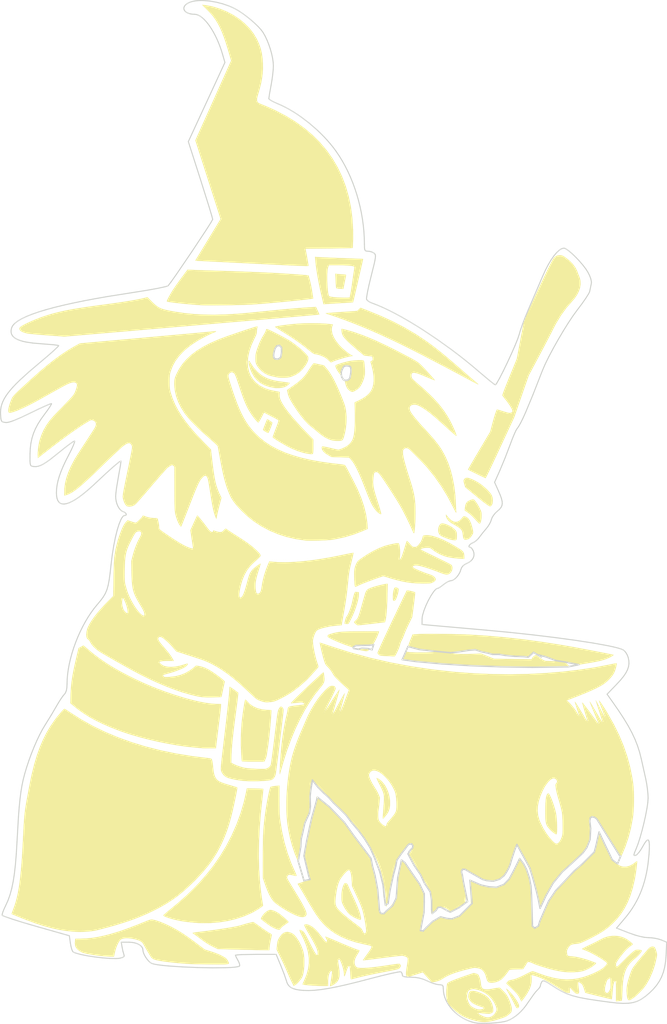
<source format=kicad_pcb>
(kicad_pcb (version 20171130) (host pcbnew "(5.1.6)-1")
  (layers (0 F.Cu signal) (31 B.Cu signal) (34 B.Paste user) (35 F.Paste user) (36 B.SilkS user) (37 F.SilkS user) (38 B.Mask user) (39 F.Mask user) (44 Edge.Cuts user))
  (net 0 "")
  (module LOGO (layer F.Cu) (at 0 0)
    (fp_text reference G*** hide)
    (fp_text value LOGO hide)
  )
  (module LOGO (layer F.Cu) (at 0 0)
    (fp_text reference G*** hide)
    (fp_text value LOGO hide)
  )
  (gr_line (start 8.12 15) (end 6.82 14.82) (layer Edge.Cuts) (width 0.15))
  (gr_line (start 10.66 15.23) (end 8.12 15) (layer Edge.Cuts) (width 0.15))
  (gr_line (start 13.37 15.4) (end 10.66 15.23) (layer Edge.Cuts) (width 0.15))
  (gr_line (start 16.34 15.51) (end 13.37 15.4) (layer Edge.Cuts) (width 0.15))
  (gr_line (start 19.43 15.56) (end 16.34 15.51) (layer Edge.Cuts) (width 0.15))
  (gr_line (start 22.88 15.51) (end 19.43 15.56) (layer Edge.Cuts) (width 0.15))
  (gr_line (start 23.89 15.31) (end 22.88 15.51) (layer Edge.Cuts) (width 0.15))
  (gr_line (start 22.68 15.07) (end 23.89 15.31) (layer Edge.Cuts) (width 0.15))
  (gr_line (start 21.67 14.91) (end 22.68 15.07) (layer Edge.Cuts) (width 0.15))
  (gr_line (start 20.68 14.54) (end 21.67 14.91) (layer Edge.Cuts) (width 0.15))
  (gr_line (start 20.06 14.38) (end 20.68 14.54) (layer Edge.Cuts) (width 0.15))
  (gr_line (start 20.27 14.56) (end 20.06 14.38) (layer Edge.Cuts) (width 0.15))
  (gr_line (start 19.52 14.12) (end 20.27 14.56) (layer Edge.Cuts) (width 0.15))
  (gr_line (start 19.01 14.58) (end 19.52 14.12) (layer Edge.Cuts) (width 0.15))
  (gr_line (start 18.6 14.53) (end 19.01 14.58) (layer Edge.Cuts) (width 0.15))
  (gr_line (start 17.7 14.5) (end 18.6 14.53) (layer Edge.Cuts) (width 0.15))
  (gr_line (start 16.78 14.41) (end 17.7 14.5) (layer Edge.Cuts) (width 0.15))
  (gr_line (start 16.21 14.31) (end 16.78 14.41) (layer Edge.Cuts) (width 0.15))
  (gr_line (start 15.54 14.31) (end 16.21 14.31) (layer Edge.Cuts) (width 0.15))
  (gr_line (start 15.11 14.19) (end 15.54 14.31) (layer Edge.Cuts) (width 0.15))
  (gr_line (start 14.44 14.05) (end 15.11 14.19) (layer Edge.Cuts) (width 0.15))
  (gr_line (start 13.88 13.86) (end 14.44 14.05) (layer Edge.Cuts) (width 0.15))
  (gr_line (start 13.23 13.92) (end 13.88 13.86) (layer Edge.Cuts) (width 0.15))
  (gr_line (start 12.4 14.05) (end 13.23 13.92) (layer Edge.Cuts) (width 0.15))
  (gr_line (start 11.49 14.16) (end 12.4 14.05) (layer Edge.Cuts) (width 0.15))
  (gr_line (start 10.07 14.02) (end 11.49 14.16) (layer Edge.Cuts) (width 0.15))
  (gr_line (start 8.49 13.84) (end 10.07 14.02) (layer Edge.Cuts) (width 0.15))
  (gr_line (start 7.38 13.55) (end 8.49 13.84) (layer Edge.Cuts) (width 0.15))
  (gr_line (start 6.82 14.82) (end 7.38 13.55) (layer Edge.Cuts) (width 0.15))
  (gr_line (start 2.11 13.74) (end 2.07 13.61) (layer Edge.Cuts) (width 0.15))
  (gr_line (start 2.6 13.83) (end 2.11 13.74) (layer Edge.Cuts) (width 0.15))
  (gr_line (start 2.91 13.72) (end 2.6 13.83) (layer Edge.Cuts) (width 0.15))
  (gr_line (start 3.5 13.75) (end 2.91 13.72) (layer Edge.Cuts) (width 0.15))
  (gr_line (start 3.89 13.87) (end 3.5 13.75) (layer Edge.Cuts) (width 0.15))
  (gr_line (start 4.05 13.37) (end 3.89 13.87) (layer Edge.Cuts) (width 0.15))
  (gr_line (start 3.63 13.43) (end 4.05 13.37) (layer Edge.Cuts) (width 0.15))
  (gr_line (start 3.08 13.44) (end 3.63 13.43) (layer Edge.Cuts) (width 0.15))
  (gr_line (start 2.34 13.46) (end 3.08 13.44) (layer Edge.Cuts) (width 0.15))
  (gr_line (start 2.07 13.61) (end 2.34 13.46) (layer Edge.Cuts) (width 0.15))
  (gr_line (start -2.68 36.19) (end -3.25 34.29) (layer Edge.Cuts) (width 0.15))
  (gr_line (start -2.1 36.06) (end -2.68 36.19) (layer Edge.Cuts) (width 0.15))
  (gr_line (start -2.23 35.69) (end -2.1 36.06) (layer Edge.Cuts) (width 0.15))
  (gr_line (start -2.68 33.79) (end -2.23 35.69) (layer Edge.Cuts) (width 0.15))
  (gr_line (start -2.42 32.34) (end -2.68 33.79) (layer Edge.Cuts) (width 0.15))
  (gr_line (start -1.93 30.11) (end -2.42 32.34) (layer Edge.Cuts) (width 0.15))
  (gr_line (start -1.69 29.27) (end -1.93 30.11) (layer Edge.Cuts) (width 0.15))
  (gr_line (start -1.38 28.12) (end -1.69 29.27) (layer Edge.Cuts) (width 0.15))
  (gr_line (start -0.24 29.04) (end -1.38 28.12) (layer Edge.Cuts) (width 0.15))
  (gr_line (start 1.22 30.55) (end -0.24 29.04) (layer Edge.Cuts) (width 0.15))
  (gr_line (start 2.13 31.83) (end 1.22 30.55) (layer Edge.Cuts) (width 0.15))
  (gr_line (start 2.82 32.74) (end 2.13 31.83) (layer Edge.Cuts) (width 0.15))
  (gr_line (start 3.79 34.03) (end 2.82 32.74) (layer Edge.Cuts) (width 0.15))
  (gr_line (start 3.94 34.79) (end 3.79 34.03) (layer Edge.Cuts) (width 0.15))
  (gr_line (start 4.18 35.68) (end 3.94 34.79) (layer Edge.Cuts) (width 0.15))
  (gr_line (start 4.44 37.04) (end 4.18 35.68) (layer Edge.Cuts) (width 0.15))
  (gr_line (start 4.61 39.06) (end 4.44 37.04) (layer Edge.Cuts) (width 0.15))
  (gr_line (start 4.68 39.27) (end 4.61 39.06) (layer Edge.Cuts) (width 0.15))
  (gr_line (start 4.81 39.36) (end 4.68 39.27) (layer Edge.Cuts) (width 0.15))
  (gr_line (start 5.05 39.36) (end 4.81 39.36) (layer Edge.Cuts) (width 0.15))
  (gr_line (start 5.26 39.14) (end 5.05 39.36) (layer Edge.Cuts) (width 0.15))
  (gr_line (start 5.88 38.6) (end 5.26 39.14) (layer Edge.Cuts) (width 0.15))
  (gr_line (start 6.24 37.87) (end 5.88 38.6) (layer Edge.Cuts) (width 0.15))
  (gr_line (start 6.39 35.89) (end 6.24 37.87) (layer Edge.Cuts) (width 0.15))
  (gr_line (start 6.75 34.19) (end 6.39 35.89) (layer Edge.Cuts) (width 0.15))
  (gr_line (start 7.08 34.45) (end 6.75 34.19) (layer Edge.Cuts) (width 0.15))
  (gr_line (start 7.75 35.44) (end 7.08 34.45) (layer Edge.Cuts) (width 0.15))
  (gr_line (start 8.49 36.5) (end 7.75 35.44) (layer Edge.Cuts) (width 0.15))
  (gr_line (start 8.94 37.45) (end 8.49 36.5) (layer Edge.Cuts) (width 0.15))
  (gr_line (start 8.94 38.23) (end 8.94 37.45) (layer Edge.Cuts) (width 0.15))
  (gr_line (start 8.92 39.25) (end 8.94 38.23) (layer Edge.Cuts) (width 0.15))
  (gr_line (start 8.58 41) (end 8.92 39.25) (layer Edge.Cuts) (width 0.15))
  (gr_line (start 8.83 41.05) (end 8.58 41) (layer Edge.Cuts) (width 0.15))
  (gr_line (start 9.16 40.7) (end 8.83 41.05) (layer Edge.Cuts) (width 0.15))
  (gr_line (start 9.77 40.12) (end 9.16 40.7) (layer Edge.Cuts) (width 0.15))
  (gr_line (start 10.52 39.68) (end 9.77 40.12) (layer Edge.Cuts) (width 0.15))
  (gr_line (start 11.12 39.83) (end 10.52 39.68) (layer Edge.Cuts) (width 0.15))
  (gr_line (start 11.6 39.88) (end 11.12 39.83) (layer Edge.Cuts) (width 0.15))
  (gr_line (start 12.36 39.59) (end 11.6 39.88) (layer Edge.Cuts) (width 0.15))
  (gr_line (start 12.77 39.18) (end 12.36 39.59) (layer Edge.Cuts) (width 0.15))
  (gr_line (start 13.57 38.38) (end 12.77 39.18) (layer Edge.Cuts) (width 0.15))
  (gr_line (start 13.37 36.15) (end 13.57 38.38) (layer Edge.Cuts) (width 0.15))
  (gr_line (start 14.45 36.61) (end 13.37 36.15) (layer Edge.Cuts) (width 0.15))
  (gr_line (start 15.21 36.78) (end 14.45 36.61) (layer Edge.Cuts) (width 0.15))
  (gr_line (start 15.93 36.83) (end 15.21 36.78) (layer Edge.Cuts) (width 0.15))
  (gr_line (start 16.66 36.54) (end 15.93 36.83) (layer Edge.Cuts) (width 0.15))
  (gr_line (start 17.16 36.03) (end 16.66 36.54) (layer Edge.Cuts) (width 0.15))
  (gr_line (start 17.59 35.24) (end 17.16 36.03) (layer Edge.Cuts) (width 0.15))
  (gr_line (start 18.18 34.06) (end 17.59 35.24) (layer Edge.Cuts) (width 0.15))
  (gr_line (start 18.55 34.55) (end 18.18 34.06) (layer Edge.Cuts) (width 0.15))
  (gr_line (start 18.83 35.09) (end 18.55 34.55) (layer Edge.Cuts) (width 0.15))
  (gr_line (start 19.11 35.92) (end 18.83 35.09) (layer Edge.Cuts) (width 0.15))
  (gr_line (start 19.26 36.7) (end 19.11 35.92) (layer Edge.Cuts) (width 0.15))
  (gr_line (start 19.32 37.6) (end 19.26 36.7) (layer Edge.Cuts) (width 0.15))
  (gr_line (start 19.41 40.57) (end 19.32 37.6) (layer Edge.Cuts) (width 0.15))
  (gr_line (start 19.63 40.77) (end 19.41 40.57) (layer Edge.Cuts) (width 0.15))
  (gr_line (start 19.99 40.55) (end 19.63 40.77) (layer Edge.Cuts) (width 0.15))
  (gr_line (start 20.13 40.09) (end 19.99 40.55) (layer Edge.Cuts) (width 0.15))
  (gr_line (start 20.73 38.71) (end 20.13 40.09) (layer Edge.Cuts) (width 0.15))
  (gr_line (start 20.99 38.14) (end 20.73 38.71) (layer Edge.Cuts) (width 0.15))
  (gr_line (start 21.66 37.15) (end 20.99 38.14) (layer Edge.Cuts) (width 0.15))
  (gr_line (start 22.42 36.35) (end 21.66 37.15) (layer Edge.Cuts) (width 0.15))
  (gr_line (start 23.45 35.25) (end 22.42 36.35) (layer Edge.Cuts) (width 0.15))
  (gr_line (start 24.27 34.54) (end 23.45 35.25) (layer Edge.Cuts) (width 0.15))
  (gr_line (start 25.4 33.41) (end 24.27 34.54) (layer Edge.Cuts) (width 0.15))
  (gr_line (start 25.55 32.85) (end 25.4 33.41) (layer Edge.Cuts) (width 0.15))
  (gr_line (start 25.86 31.49) (end 25.55 32.85) (layer Edge.Cuts) (width 0.15))
  (gr_line (start 26.03 31.86) (end 25.86 31.49) (layer Edge.Cuts) (width 0.15))
  (gr_line (start 26.37 32.59) (end 26.03 31.86) (layer Edge.Cuts) (width 0.15))
  (gr_line (start 26.7 33.27) (end 26.37 32.59) (layer Edge.Cuts) (width 0.15))
  (gr_line (start 27.13 34.17) (end 26.7 33.27) (layer Edge.Cuts) (width 0.15))
  (gr_line (start 27.64 34.55) (end 27.13 34.17) (layer Edge.Cuts) (width 0.15))
  (gr_line (start 27.95 33.81) (end 27.64 34.55) (layer Edge.Cuts) (width 0.15))
  (gr_line (start 27.83 33.73) (end 27.95 33.81) (layer Edge.Cuts) (width 0.15))
  (gr_line (start 25.67 30.27) (end 27.83 33.73) (layer Edge.Cuts) (width 0.15))
  (gr_line (start 25.53 30.13) (end 25.67 30.27) (layer Edge.Cuts) (width 0.15))
  (gr_line (start 25.38 30.05) (end 25.53 30.13) (layer Edge.Cuts) (width 0.15))
  (gr_line (start 25.17 30) (end 25.38 30.05) (layer Edge.Cuts) (width 0.15))
  (gr_line (start 25.01 30.11) (end 25.17 30) (layer Edge.Cuts) (width 0.15))
  (gr_line (start 24.95 30.41) (end 25.01 30.11) (layer Edge.Cuts) (width 0.15))
  (gr_line (start 25.04 31.13) (end 24.95 30.41) (layer Edge.Cuts) (width 0.15))
  (gr_line (start 24.98 32.2) (end 25.04 31.13) (layer Edge.Cuts) (width 0.15))
  (gr_line (start 24.67 32.98) (end 24.98 32.2) (layer Edge.Cuts) (width 0.15))
  (gr_line (start 24.29 33.5) (end 24.67 32.98) (layer Edge.Cuts) (width 0.15))
  (gr_line (start 23.27 34.46) (end 24.29 33.5) (layer Edge.Cuts) (width 0.15))
  (gr_line (start 22.3 35.33) (end 23.27 34.46) (layer Edge.Cuts) (width 0.15))
  (gr_line (start 21.41 36.41) (end 22.3 35.33) (layer Edge.Cuts) (width 0.15))
  (gr_line (start 20.74 37.59) (end 21.41 36.41) (layer Edge.Cuts) (width 0.15))
  (gr_line (start 20.15 38.84) (end 20.74 37.59) (layer Edge.Cuts) (width 0.15))
  (gr_line (start 20.01 38.12) (end 20.15 38.84) (layer Edge.Cuts) (width 0.15))
  (gr_line (start 19.8 37.19) (end 20.01 38.12) (layer Edge.Cuts) (width 0.15))
  (gr_line (start 19.48 36.01) (end 19.8 37.19) (layer Edge.Cuts) (width 0.15))
  (gr_line (start 19.17 34.97) (end 19.48 36.01) (layer Edge.Cuts) (width 0.15))
  (gr_line (start 17.91 32.69) (end 19.17 34.97) (layer Edge.Cuts) (width 0.15))
  (gr_line (start 17.73 33.12) (end 17.91 32.69) (layer Edge.Cuts) (width 0.15))
  (gr_line (start 17.41 34.08) (end 17.73 33.12) (layer Edge.Cuts) (width 0.15))
  (gr_line (start 17.25 34.64) (end 17.41 34.08) (layer Edge.Cuts) (width 0.15))
  (gr_line (start 17.09 35.01) (end 17.25 34.64) (layer Edge.Cuts) (width 0.15))
  (gr_line (start 16.87 35.4) (end 17.09 35.01) (layer Edge.Cuts) (width 0.15))
  (gr_line (start 16.67 35.69) (end 16.87 35.4) (layer Edge.Cuts) (width 0.15))
  (gr_line (start 16.24 36.04) (end 16.67 35.69) (layer Edge.Cuts) (width 0.15))
  (gr_line (start 15.64 36.22) (end 16.24 36.04) (layer Edge.Cuts) (width 0.15))
  (gr_line (start 15.42 36.21) (end 15.64 36.22) (layer Edge.Cuts) (width 0.15))
  (gr_line (start 15.19 36.18) (end 15.42 36.21) (layer Edge.Cuts) (width 0.15))
  (gr_line (start 14.99 36.17) (end 15.19 36.18) (layer Edge.Cuts) (width 0.15))
  (gr_line (start 14.59 36.06) (end 14.99 36.17) (layer Edge.Cuts) (width 0.15))
  (gr_line (start 13.37 35.37) (end 14.59 36.06) (layer Edge.Cuts) (width 0.15))
  (gr_line (start 13.25 35.3) (end 13.37 35.37) (layer Edge.Cuts) (width 0.15))
  (gr_line (start 13.15 35.23) (end 13.25 35.3) (layer Edge.Cuts) (width 0.15))
  (gr_line (start 13.06 35.19) (end 13.15 35.23) (layer Edge.Cuts) (width 0.15))
  (gr_line (start 12.98 35.13) (end 13.06 35.19) (layer Edge.Cuts) (width 0.15))
  (gr_line (start 12.89 35.09) (end 12.98 35.13) (layer Edge.Cuts) (width 0.15))
  (gr_line (start 12.79 35.08) (end 12.89 35.09) (layer Edge.Cuts) (width 0.15))
  (gr_line (start 12.67 35.08) (end 12.79 35.08) (layer Edge.Cuts) (width 0.15))
  (gr_line (start 12.62 35.15) (end 12.67 35.08) (layer Edge.Cuts) (width 0.15))
  (gr_line (start 12.56 35.23) (end 12.62 35.15) (layer Edge.Cuts) (width 0.15))
  (gr_line (start 12.55 35.38) (end 12.56 35.23) (layer Edge.Cuts) (width 0.15))
  (gr_line (start 12.63 35.64) (end 12.55 35.38) (layer Edge.Cuts) (width 0.15))
  (gr_line (start 12.74 36.33) (end 12.63 35.64) (layer Edge.Cuts) (width 0.15))
  (gr_line (start 13.13 38.19) (end 12.74 36.33) (layer Edge.Cuts) (width 0.15))
  (gr_line (start 12.29 38.8) (end 13.13 38.19) (layer Edge.Cuts) (width 0.15))
  (gr_line (start 11.46 39.22) (end 12.29 38.8) (layer Edge.Cuts) (width 0.15))
  (gr_line (start 11.33 39.15) (end 11.46 39.22) (layer Edge.Cuts) (width 0.15))
  (gr_line (start 11.17 39.09) (end 11.33 39.15) (layer Edge.Cuts) (width 0.15))
  (gr_line (start 10.91 38.93) (end 11.17 39.09) (layer Edge.Cuts) (width 0.15))
  (gr_line (start 10.72 38.83) (end 10.91 38.93) (layer Edge.Cuts) (width 0.15))
  (gr_line (start 10.53 38.73) (end 10.72 38.83) (layer Edge.Cuts) (width 0.15))
  (gr_line (start 10.27 38.77) (end 10.53 38.73) (layer Edge.Cuts) (width 0.15))
  (gr_line (start 10.08 39.06) (end 10.27 38.77) (layer Edge.Cuts) (width 0.15))
  (gr_line (start 9.72 39.35) (end 10.08 39.06) (layer Edge.Cuts) (width 0.15))
  (gr_line (start 9.66 38.93) (end 9.72 39.35) (layer Edge.Cuts) (width 0.15))
  (gr_line (start 9.66 38.03) (end 9.66 38.93) (layer Edge.Cuts) (width 0.15))
  (gr_line (start 9.53 37.26) (end 9.66 38.03) (layer Edge.Cuts) (width 0.15))
  (gr_line (start 8.98 36.45) (end 9.53 37.26) (layer Edge.Cuts) (width 0.15))
  (gr_line (start 8.6 35.62) (end 8.98 36.45) (layer Edge.Cuts) (width 0.15))
  (gr_line (start 7.96 34.69) (end 8.6 35.62) (layer Edge.Cuts) (width 0.15))
  (gr_line (start 7.38 33.6) (end 7.96 34.69) (layer Edge.Cuts) (width 0.15))
  (gr_line (start 7.51 33.34) (end 7.38 33.6) (layer Edge.Cuts) (width 0.15))
  (gr_line (start 7.64 33.18) (end 7.51 33.34) (layer Edge.Cuts) (width 0.15))
  (gr_line (start 7.8 33.05) (end 7.64 33.18) (layer Edge.Cuts) (width 0.15))
  (gr_line (start 7.86 32.82) (end 7.8 33.05) (layer Edge.Cuts) (width 0.15))
  (gr_line (start 7.73 32.63) (end 7.86 32.82) (layer Edge.Cuts) (width 0.15))
  (gr_line (start 7.51 32.63) (end 7.73 32.63) (layer Edge.Cuts) (width 0.15))
  (gr_line (start 7.35 32.76) (end 7.51 32.63) (layer Edge.Cuts) (width 0.15))
  (gr_line (start 7.06 33.15) (end 7.35 32.76) (layer Edge.Cuts) (width 0.15))
  (gr_line (start 6.74 33.56) (end 7.06 33.15) (layer Edge.Cuts) (width 0.15))
  (gr_line (start 6.29 34.21) (end 6.74 33.56) (layer Edge.Cuts) (width 0.15))
  (gr_line (start 6.19 34.78) (end 6.29 34.21) (layer Edge.Cuts) (width 0.15))
  (gr_line (start 5.97 35.59) (end 6.19 34.78) (layer Edge.Cuts) (width 0.15))
  (gr_line (start 5.77 36.49) (end 5.97 35.59) (layer Edge.Cuts) (width 0.15))
  (gr_line (start 5.61 37.26) (end 5.77 36.49) (layer Edge.Cuts) (width 0.15))
  (gr_line (start 5.45 38.38) (end 5.61 37.26) (layer Edge.Cuts) (width 0.15))
  (gr_line (start 5.19 38.54) (end 5.45 38.38) (layer Edge.Cuts) (width 0.15))
  (gr_line (start 5.07 37.67) (end 5.19 38.54) (layer Edge.Cuts) (width 0.15))
  (gr_line (start 4.97 36.61) (end 5.07 37.67) (layer Edge.Cuts) (width 0.15))
  (gr_line (start 4.65 35.32) (end 4.97 36.61) (layer Edge.Cuts) (width 0.15))
  (gr_line (start 4.13 33.94) (end 4.65 35.32) (layer Edge.Cuts) (width 0.15))
  (gr_line (start 3.72 33.01) (end 4.13 33.94) (layer Edge.Cuts) (width 0.15))
  (gr_line (start 3.14 32.08) (end 3.72 33.01) (layer Edge.Cuts) (width 0.15))
  (gr_line (start 2.59 31.34) (end 3.14 32.08) (layer Edge.Cuts) (width 0.15))
  (gr_line (start 1.95 30.6) (end 2.59 31.34) (layer Edge.Cuts) (width 0.15))
  (gr_line (start 1.4 29.86) (end 1.95 30.6) (layer Edge.Cuts) (width 0.15))
  (gr_line (start 0.79 29.25) (end 1.4 29.86) (layer Edge.Cuts) (width 0.15))
  (gr_line (start 0.18 28.67) (end 0.79 29.25) (layer Edge.Cuts) (width 0.15))
  (gr_line (start -0.3 28.13) (end 0.18 28.67) (layer Edge.Cuts) (width 0.15))
  (gr_line (start -0.78 27.71) (end -0.3 28.13) (layer Edge.Cuts) (width 0.15))
  (gr_line (start -1.33 27.16) (end -0.78 27.71) (layer Edge.Cuts) (width 0.15))
  (gr_line (start -1.87 26.46) (end -1.33 27.16) (layer Edge.Cuts) (width 0.15))
  (gr_line (start -2.03 27.39) (end -1.87 26.46) (layer Edge.Cuts) (width 0.15))
  (gr_line (start -2.1 28.06) (end -2.03 27.39) (layer Edge.Cuts) (width 0.15))
  (gr_line (start -2.07 29.03) (end -2.1 28.06) (layer Edge.Cuts) (width 0.15))
  (gr_line (start -2.16 29.64) (end -2.07 29.03) (layer Edge.Cuts) (width 0.15))
  (gr_line (start -2.35 30.05) (end -2.16 29.64) (layer Edge.Cuts) (width 0.15))
  (gr_line (start -2.61 30.63) (end -2.35 30.05) (layer Edge.Cuts) (width 0.15))
  (gr_line (start -2.8 31.5) (end -2.61 30.63) (layer Edge.Cuts) (width 0.15))
  (gr_line (start -2.96 32.17) (end -2.8 31.5) (layer Edge.Cuts) (width 0.15))
  (gr_line (start -3 32.91) (end -2.96 32.17) (layer Edge.Cuts) (width 0.15))
  (gr_line (start -3.25 34.29) (end -3 32.91) (layer Edge.Cuts) (width 0.15))
  (gr_line (start 0.97 -12.47) (end 0.93 -12.66) (layer Edge.Cuts) (width 0.15))
  (gr_line (start 1.03 -12.4) (end 0.97 -12.47) (layer Edge.Cuts) (width 0.15))
  (gr_line (start 1.12 -12.24) (end 1.03 -12.4) (layer Edge.Cuts) (width 0.15))
  (gr_line (start 1.24 -12.16) (end 1.12 -12.24) (layer Edge.Cuts) (width 0.15))
  (gr_line (start 1.37 -12.16) (end 1.24 -12.16) (layer Edge.Cuts) (width 0.15))
  (gr_line (start 1.5 -12.17) (end 1.37 -12.16) (layer Edge.Cuts) (width 0.15))
  (gr_line (start 1.63 -12.24) (end 1.5 -12.17) (layer Edge.Cuts) (width 0.15))
  (gr_line (start 1.76 -12.39) (end 1.63 -12.24) (layer Edge.Cuts) (width 0.15))
  (gr_line (start 1.8 -12.61) (end 1.76 -12.39) (layer Edge.Cuts) (width 0.15))
  (gr_line (start 1.83 -12.77) (end 1.8 -12.61) (layer Edge.Cuts) (width 0.15))
  (gr_line (start 1.86 -12.99) (end 1.83 -12.77) (layer Edge.Cuts) (width 0.15))
  (gr_line (start 1.86 -13.28) (end 1.86 -12.99) (layer Edge.Cuts) (width 0.15))
  (gr_line (start 1.8 -13.48) (end 1.86 -13.28) (layer Edge.Cuts) (width 0.15))
  (gr_line (start 1.64 -13.55) (end 1.8 -13.48) (layer Edge.Cuts) (width 0.15))
  (gr_line (start 1.44 -13.58) (end 1.64 -13.55) (layer Edge.Cuts) (width 0.15))
  (gr_line (start 1.25 -13.55) (end 1.44 -13.58) (layer Edge.Cuts) (width 0.15))
  (gr_line (start 1.13 -13.46) (end 1.25 -13.55) (layer Edge.Cuts) (width 0.15))
  (gr_line (start 1.04 -13.28) (end 1.13 -13.46) (layer Edge.Cuts) (width 0.15))
  (gr_line (start 0.97 -13.14) (end 1.04 -13.28) (layer Edge.Cuts) (width 0.15))
  (gr_line (start 0.91 -12.91) (end 0.97 -13.14) (layer Edge.Cuts) (width 0.15))
  (gr_line (start 0.93 -12.66) (end 0.91 -12.91) (layer Edge.Cuts) (width 0.15))
  (gr_line (start -5.63 -14.62) (end -5.6 -14.84) (layer Edge.Cuts) (width 0.15))
  (gr_line (start -5.63 -14.56) (end -5.63 -14.62) (layer Edge.Cuts) (width 0.15))
  (gr_line (start -5.62 -14.45) (end -5.63 -14.56) (layer Edge.Cuts) (width 0.15))
  (gr_line (start -5.6 -14.37) (end -5.62 -14.45) (layer Edge.Cuts) (width 0.15))
  (gr_line (start -5.57 -14.32) (end -5.6 -14.37) (layer Edge.Cuts) (width 0.15))
  (gr_line (start -5.52 -14.27) (end -5.57 -14.32) (layer Edge.Cuts) (width 0.15))
  (gr_line (start -5.47 -14.23) (end -5.52 -14.27) (layer Edge.Cuts) (width 0.15))
  (gr_line (start -5.38 -14.22) (end -5.47 -14.23) (layer Edge.Cuts) (width 0.15))
  (gr_line (start -5.31 -14.21) (end -5.38 -14.22) (layer Edge.Cuts) (width 0.15))
  (gr_line (start -5.2 -14.21) (end -5.31 -14.21) (layer Edge.Cuts) (width 0.15))
  (gr_line (start -5.11 -14.25) (end -5.2 -14.21) (layer Edge.Cuts) (width 0.15))
  (gr_line (start -5.03 -14.32) (end -5.11 -14.25) (layer Edge.Cuts) (width 0.15))
  (gr_line (start -4.95 -14.38) (end -5.03 -14.32) (layer Edge.Cuts) (width 0.15))
  (gr_line (start -4.9 -14.53) (end -4.95 -14.38) (layer Edge.Cuts) (width 0.15))
  (gr_line (start -4.85 -14.86) (end -4.9 -14.53) (layer Edge.Cuts) (width 0.15))
  (gr_line (start -4.86 -15.34) (end -4.85 -14.86) (layer Edge.Cuts) (width 0.15))
  (gr_line (start -5.06 -15.54) (end -4.86 -15.34) (layer Edge.Cuts) (width 0.15))
  (gr_line (start -5.3 -15.5) (end -5.06 -15.54) (layer Edge.Cuts) (width 0.15))
  (gr_line (start -5.49 -15.24) (end -5.3 -15.5) (layer Edge.Cuts) (width 0.15))
  (gr_line (start -5.6 -14.84) (end -5.49 -15.24) (layer Edge.Cuts) (width 0.15))
  (gr_line (start 13.871533 49.919249) (end 13.559013 49.839759) (layer Edge.Cuts) (width 0.1))
  (gr_line (start 13.559013 49.839759) (end 13.255016 49.735585) (layer Edge.Cuts) (width 0.1))
  (gr_line (start 13.255016 49.735585) (end 12.961142 49.608437) (layer Edge.Cuts) (width 0.1))
  (gr_line (start 12.961142 49.608437) (end 12.678993 49.460017) (layer Edge.Cuts) (width 0.1))
  (gr_line (start 12.678993 49.460017) (end 12.41017 49.292032) (layer Edge.Cuts) (width 0.1))
  (gr_line (start 12.41017 49.292032) (end 12.156274 49.106183) (layer Edge.Cuts) (width 0.1))
  (gr_line (start 12.156274 49.106183) (end 11.918907 48.904177) (layer Edge.Cuts) (width 0.1))
  (gr_line (start 11.918907 48.904177) (end 11.699669 48.687717) (layer Edge.Cuts) (width 0.1))
  (gr_line (start 11.699669 48.687717) (end 11.500163 48.458507) (layer Edge.Cuts) (width 0.1))
  (gr_line (start 11.500163 48.458507) (end 11.32199 48.218252) (layer Edge.Cuts) (width 0.1))
  (gr_line (start 11.32199 48.218252) (end 11.16675 47.968655) (layer Edge.Cuts) (width 0.1))
  (gr_line (start 11.16675 47.968655) (end 11.036045 47.711422) (layer Edge.Cuts) (width 0.1))
  (gr_line (start 11.036045 47.711422) (end 10.931477 47.448255) (layer Edge.Cuts) (width 0.1))
  (gr_line (start 10.931477 47.448255) (end 10.854647 47.180861) (layer Edge.Cuts) (width 0.1))
  (gr_line (start 10.854647 47.180861) (end 10.807157 46.910942) (layer Edge.Cuts) (width 0.1))
  (gr_line (start 10.807157 46.910942) (end 10.790607 46.640203) (layer Edge.Cuts) (width 0.1))
  (gr_line (start 10.790607 46.640203) (end 10.775267 46.432863) (layer Edge.Cuts) (width 0.1))
  (gr_line (start 10.775267 46.432863) (end 10.752557 46.362143) (layer Edge.Cuts) (width 0.1))
  (gr_line (start 10.752557 46.362143) (end 10.716407 46.309963) (layer Edge.Cuts) (width 0.1))
  (gr_line (start 10.716407 46.309963) (end 10.664267 46.273763) (layer Edge.Cuts) (width 0.1))
  (gr_line (start 10.664267 46.273763) (end 10.593557 46.250963) (layer Edge.Cuts) (width 0.1))
  (gr_line (start 10.593557 46.250963) (end 10.386219 46.235293) (layer Edge.Cuts) (width 0.1))
  (gr_line (start 10.386219 46.235293) (end 10.171626 46.206363) (layer Edge.Cuts) (width 0.1))
  (gr_line (start 10.171626 46.206363) (end 9.885664 46.128383) (layer Edge.Cuts) (width 0.1))
  (gr_line (start 9.885664 46.128383) (end 9.565652 46.013282) (layer Edge.Cuts) (width 0.1))
  (gr_line (start 9.565652 46.013282) (end 9.248909 45.873003) (layer Edge.Cuts) (width 0.1))
  (gr_line (start 9.248909 45.873003) (end 8.868371 45.709417) (layer Edge.Cuts) (width 0.1))
  (gr_line (start 8.868371 45.709417) (end 8.489109 45.596401) (layer Edge.Cuts) (width 0.1))
  (gr_line (start 8.489109 45.596401) (end 8.095356 45.530301) (layer Edge.Cuts) (width 0.1))
  (gr_line (start 8.095356 45.530301) (end 7.671349 45.507471) (layer Edge.Cuts) (width 0.1))
  (gr_line (start 7.671349 45.507471) (end 7.271723 45.494691) (layer Edge.Cuts) (width 0.1))
  (gr_line (start 7.271723 45.494691) (end 7.011416 45.457861) (layer Edge.Cuts) (width 0.1))
  (gr_line (start 7.011416 45.457861) (end 6.927166 45.428811) (layer Edge.Cuts) (width 0.1))
  (gr_line (start 6.927166 45.428811) (end 6.870126 45.391821) (layer Edge.Cuts) (width 0.1))
  (gr_line (start 6.870126 45.391821) (end 6.837766 45.346241) (layer Edge.Cuts) (width 0.1))
  (gr_line (start 6.837766 45.346241) (end 6.827546 45.291421) (layer Edge.Cuts) (width 0.1))
  (gr_line (start 6.827546 45.291421) (end 6.815956 45.202151) (layer Edge.Cuts) (width 0.1))
  (gr_line (start 6.815956 45.202151) (end 6.784396 45.115411) (layer Edge.Cuts) (width 0.1))
  (gr_line (start 6.784396 45.115411) (end 6.737686 45.041111) (layer Edge.Cuts) (width 0.1))
  (gr_line (start 6.737686 45.041111) (end 6.680656 44.989181) (layer Edge.Cuts) (width 0.1))
  (gr_line (start 6.680656 44.989181) (end 6.594496 44.986081) (layer Edge.Cuts) (width 0.1))
  (gr_line (start 6.594496 44.986081) (end 6.404608 45.012381) (layer Edge.Cuts) (width 0.1))
  (gr_line (start 6.404608 45.012381) (end 5.761591 45.142573) (layer Edge.Cuts) (width 0.1))
  (gr_line (start 5.761591 45.142573) (end 4.847494 45.358471) (layer Edge.Cuts) (width 0.1))
  (gr_line (start 4.847494 45.358471) (end 3.758206 45.638764) (layer Edge.Cuts) (width 0.1))
  (gr_line (start 3.758206 45.638764) (end 2.529788 45.958814) (layer Edge.Cuts) (width 0.1))
  (gr_line (start 2.529788 45.958814) (end 1.450194 46.223022) (layer Edge.Cuts) (width 0.1))
  (gr_line (start 1.450194 46.223022) (end 0.504253 46.434062) (layer Edge.Cuts) (width 0.1))
  (gr_line (start 0.504253 46.434062) (end -0.323206 46.594605) (layer Edge.Cuts) (width 0.1))
  (gr_line (start -0.323206 46.594605) (end -1.047357 46.707323) (layer Edge.Cuts) (width 0.1))
  (gr_line (start -1.047357 46.707323) (end -1.683368 46.774893) (layer Edge.Cuts) (width 0.1))
  (gr_line (start -1.683368 46.774893) (end -2.246414 46.799983) (layer Edge.Cuts) (width 0.1))
  (gr_line (start -2.246414 46.799983) (end -2.751664 46.785263) (layer Edge.Cuts) (width 0.1))
  (gr_line (start -2.751664 46.785263) (end -3.128005 46.748913) (layer Edge.Cuts) (width 0.1))
  (gr_line (start -3.128005 46.748913) (end -3.444695 46.694933) (layer Edge.Cuts) (width 0.1))
  (gr_line (start -3.444695 46.694933) (end -3.707181 46.620133) (layer Edge.Cuts) (width 0.1))
  (gr_line (start -3.707181 46.620133) (end -3.920909 46.521333) (layer Edge.Cuts) (width 0.1))
  (gr_line (start -3.920909 46.521333) (end -4.091324 46.395336) (layer Edge.Cuts) (width 0.1))
  (gr_line (start -4.091324 46.395336) (end -4.223873 46.238958) (layer Edge.Cuts) (width 0.1))
  (gr_line (start -4.223873 46.238958) (end -4.324001 46.049013) (layer Edge.Cuts) (width 0.1))
  (gr_line (start -4.324001 46.049013) (end -4.397151 45.822313) (layer Edge.Cuts) (width 0.1))
  (gr_line (start -4.397151 45.822313) (end -4.596416 45.232396) (layer Edge.Cuts) (width 0.1))
  (gr_line (start -4.596416 45.232396) (end -4.937671 44.365616) (layer Edge.Cuts) (width 0.1))
  (gr_line (start -4.937671 44.365616) (end -5.380081 43.301679) (layer Edge.Cuts) (width 0.1))
  (gr_line (start -5.380081 43.301679) (end -7.347501 43.301679) (layer Edge.Cuts) (width 0.1))
  (gr_line (start -7.347501 43.301679) (end -8.737005 43.327359) (layer Edge.Cuts) (width 0.1))
  (gr_line (start -8.737005 43.327359) (end -9.159697 43.355159) (layer Edge.Cuts) (width 0.1))
  (gr_line (start -9.159697 43.355159) (end -9.274785 43.371539) (layer Edge.Cuts) (width 0.1))
  (gr_line (start -9.274785 43.371539) (end -9.314945 43.389099) (layer Edge.Cuts) (width 0.1))
  (gr_line (start -9.314945 43.389099) (end -9.241765 43.574713) (layer Edge.Cuts) (width 0.1))
  (gr_line (start -9.241765 43.574713) (end -9.065831 43.898207) (layer Edge.Cuts) (width 0.1))
  (gr_line (start -9.065831 43.898207) (end -8.978121 44.07098) (layer Edge.Cuts) (width 0.1))
  (gr_line (start -8.978121 44.07098) (end -8.923441 44.229679) (layer Edge.Cuts) (width 0.1))
  (gr_line (start -8.923441 44.229679) (end -8.906221 44.356708) (layer Edge.Cuts) (width 0.1))
  (gr_line (start -8.906221 44.356708) (end -8.913021 44.402848) (layer Edge.Cuts) (width 0.1))
  (gr_line (start -8.913021 44.402848) (end -8.930871 44.434468) (layer Edge.Cuts) (width 0.1))
  (gr_line (start -8.930871 44.434468) (end -8.982961 44.465018) (layer Edge.Cuts) (width 0.1))
  (gr_line (start -8.982961 44.465018) (end -9.073431 44.492328) (layer Edge.Cuts) (width 0.1))
  (gr_line (start -9.073431 44.492328) (end -9.359664 44.537518) (layer Edge.Cuts) (width 0.1))
  (gr_line (start -9.359664 44.537518) (end -9.769862 44.570638) (layer Edge.Cuts) (width 0.1))
  (gr_line (start -9.769862 44.570638) (end -10.284315 44.592288) (layer Edge.Cuts) (width 0.1))
  (gr_line (start -10.284315 44.592288) (end -11.547156 44.603568) (layer Edge.Cuts) (width 0.1))
  (gr_line (start -11.547156 44.603568) (end -12.990517 44.576178) (layer Edge.Cuts) (width 0.1))
  (gr_line (start -12.990517 44.576178) (end -14.456728 44.514918) (layer Edge.Cuts) (width 0.1))
  (gr_line (start -14.456728 44.514918) (end -15.788121 44.424588) (layer Edge.Cuts) (width 0.1))
  (gr_line (start -15.788121 44.424588) (end -16.353989 44.370028) (layer Edge.Cuts) (width 0.1))
  (gr_line (start -16.353989 44.370028) (end -16.827025 44.309998) (layer Edge.Cuts) (width 0.1))
  (gr_line (start -16.827025 44.309998) (end -17.187523 44.245108) (layer Edge.Cuts) (width 0.1))
  (gr_line (start -17.187523 44.245108) (end -17.415772 44.175948) (layer Edge.Cuts) (width 0.1))
  (gr_line (start -17.415772 44.175948) (end -17.556603 44.088388) (layer Edge.Cuts) (width 0.1))
  (gr_line (start -17.556603 44.088388) (end -17.701934 43.957493) (layer Edge.Cuts) (width 0.1))
  (gr_line (start -17.701934 43.957493) (end -17.844592 43.794223) (layer Edge.Cuts) (width 0.1))
  (gr_line (start -17.844592 43.794223) (end -17.977401 43.609542) (layer Edge.Cuts) (width 0.1))
  (gr_line (start -17.977401 43.609542) (end -18.093186 43.41441) (layer Edge.Cuts) (width 0.1))
  (gr_line (start -18.093186 43.41441) (end -18.184776 43.21979) (layer Edge.Cuts) (width 0.1))
  (gr_line (start -18.184776 43.21979) (end -18.244986 43.036643) (layer Edge.Cuts) (width 0.1))
  (gr_line (start -18.244986 43.036643) (end -18.266656 42.875932) (layer Edge.Cuts) (width 0.1))
  (gr_line (start -18.266656 42.875932) (end -18.293636 42.724167) (layer Edge.Cuts) (width 0.1))
  (gr_line (start -18.293636 42.724167) (end -18.371116 42.583258) (layer Edge.Cuts) (width 0.1))
  (gr_line (start -18.371116 42.583258) (end -18.49392 42.456097) (layer Edge.Cuts) (width 0.1))
  (gr_line (start -18.49392 42.456097) (end -18.656871 42.345572) (layer Edge.Cuts) (width 0.1))
  (gr_line (start -18.656871 42.345572) (end -18.854793 42.254572) (layer Edge.Cuts) (width 0.1))
  (gr_line (start -18.854793 42.254572) (end -19.082508 42.185992) (layer Edge.Cuts) (width 0.1))
  (gr_line (start -19.082508 42.185992) (end -19.33484 42.142722) (layer Edge.Cuts) (width 0.1))
  (gr_line (start -19.33484 42.142722) (end -19.606611 42.127662) (layer Edge.Cuts) (width 0.1))
  (gr_line (start -19.606611 42.127662) (end -20.359561 42.127662) (layer Edge.Cuts) (width 0.1))
  (gr_line (start -20.359561 42.127662) (end -20.279461 42.604601) (layer Edge.Cuts) (width 0.1))
  (gr_line (start -20.279461 42.604601) (end -20.194651 43.012782) (layer Edge.Cuts) (width 0.1))
  (gr_line (start -20.194651 43.012782) (end -20.103151 43.324414) (layer Edge.Cuts) (width 0.1))
  (gr_line (start -20.103151 43.324414) (end -20.079681 43.445535) (layer Edge.Cuts) (width 0.1))
  (gr_line (start -20.079681 43.445535) (end -20.093491 43.494395) (layer Edge.Cuts) (width 0.1))
  (gr_line (start -20.093491 43.494395) (end -20.125991 43.537015) (layer Edge.Cuts) (width 0.1))
  (gr_line (start -20.125991 43.537015) (end -20.252005 43.608215) (layer Edge.Cuts) (width 0.1))
  (gr_line (start -20.252005 43.608215) (end -20.467653 43.668495) (layer Edge.Cuts) (width 0.1))
  (gr_line (start -20.467653 43.668495) (end -20.65015 43.694805) (layer Edge.Cuts) (width 0.1))
  (gr_line (start -20.65015 43.694805) (end -20.88524 43.707085) (layer Edge.Cuts) (width 0.1))
  (gr_line (start -20.88524 43.707085) (end -21.479931 43.694115) (layer Edge.Cuts) (width 0.1))
  (gr_line (start -21.479931 43.694115) (end -22.185183 43.638685) (layer Edge.Cuts) (width 0.1))
  (gr_line (start -22.185183 43.638685) (end -22.934454 43.549895) (layer Edge.Cuts) (width 0.1))
  (gr_line (start -22.934454 43.549895) (end -23.661204 43.436844) (layer Edge.Cuts) (width 0.1))
  (gr_line (start -23.661204 43.436844) (end -24.29889 43.308633) (layer Edge.Cuts) (width 0.1))
  (gr_line (start -24.29889 43.308633) (end -24.78097 43.174361) (layer Edge.Cuts) (width 0.1))
  (gr_line (start -24.78097 43.174361) (end -24.942864 43.107791) (layer Edge.Cuts) (width 0.1))
  (gr_line (start -24.942864 43.107791) (end -25.040903 43.043121) (layer Edge.Cuts) (width 0.1))
  (gr_line (start -25.040903 43.043121) (end -25.103841 42.932951) (layer Edge.Cuts) (width 0.1))
  (gr_line (start -25.103841 42.932951) (end -25.170509 42.737644) (layer Edge.Cuts) (width 0.1))
  (gr_line (start -25.170509 42.737644) (end -25.232964 42.4848) (layer Edge.Cuts) (width 0.1))
  (gr_line (start -25.232964 42.4848) (end -25.283263 42.202018) (layer Edge.Cuts) (width 0.1))
  (gr_line (start -25.283263 42.202018) (end -25.384023 41.502494) (layer Edge.Cuts) (width 0.1))
  (gr_line (start -25.384023 41.502494) (end -28.604923 40.590503) (layer Edge.Cuts) (width 0.1))
  (gr_line (start -28.604923 40.590503) (end -29.85969 40.223934) (layer Edge.Cuts) (width 0.1))
  (gr_line (start -29.85969 40.223934) (end -30.895145 39.900021) (layer Edge.Cuts) (width 0.1))
  (gr_line (start -30.895145 39.900021) (end -31.603874 39.65387) (layer Edge.Cuts) (width 0.1))
  (gr_line (start -31.603874 39.65387) (end -31.80215 39.57093) (layer Edge.Cuts) (width 0.1))
  (gr_line (start -31.80215 39.57093) (end -31.878463 39.52059) (layer Edge.Cuts) (width 0.1))
  (gr_line (start -31.878463 39.52059) (end -31.869157 39.400531) (layer Edge.Cuts) (width 0.1))
  (gr_line (start -31.869157 39.400531) (end -31.804848 39.190382) (layer Edge.Cuts) (width 0.1))
  (gr_line (start -31.804848 39.190382) (end -31.696199 38.91975) (layer Edge.Cuts) (width 0.1))
  (gr_line (start -31.696199 38.91975) (end -31.553873 38.618244) (layer Edge.Cuts) (width 0.1))
  (gr_line (start -31.553873 38.618244) (end -31.32467 38.115401) (layer Edge.Cuts) (width 0.1))
  (gr_line (start -31.32467 38.115401) (end -31.126957 37.566918) (layer Edge.Cuts) (width 0.1))
  (gr_line (start -31.126957 37.566918) (end -30.957929 36.957162) (layer Edge.Cuts) (width 0.1))
  (gr_line (start -30.957929 36.957162) (end -30.814776 36.270502) (layer Edge.Cuts) (width 0.1))
  (gr_line (start -30.814776 36.270502) (end -30.694693 35.491307) (layer Edge.Cuts) (width 0.1))
  (gr_line (start -30.694693 35.491307) (end -30.594873 34.603946) (layer Edge.Cuts) (width 0.1))
  (gr_line (start -30.594873 34.603946) (end -30.512508 33.592786) (layer Edge.Cuts) (width 0.1))
  (gr_line (start -30.512508 33.592786) (end -30.444792 32.442197) (layer Edge.Cuts) (width 0.1))
  (gr_line (start -30.444792 32.442197) (end -30.305138 30.022842) (layer Edge.Cuts) (width 0.1))
  (gr_line (start -30.305138 30.022842) (end -30.231966 29.079235) (layer Edge.Cuts) (width 0.1))
  (gr_line (start -30.231966 29.079235) (end -30.152222 28.274568) (layer Edge.Cuts) (width 0.1))
  (gr_line (start -30.152222 28.274568) (end -30.062652 27.580012) (layer Edge.Cuts) (width 0.1))
  (gr_line (start -30.062652 27.580012) (end -29.959999 26.966735) (layer Edge.Cuts) (width 0.1))
  (gr_line (start -29.959999 26.966735) (end -29.841008 26.405909) (layer Edge.Cuts) (width 0.1))
  (gr_line (start -29.841008 26.405909) (end -29.702423 25.868702) (layer Edge.Cuts) (width 0.1))
  (gr_line (start -29.702423 25.868702) (end -29.507593 25.215459) (layer Edge.Cuts) (width 0.1))
  (gr_line (start -29.507593 25.215459) (end -29.287019 24.554009) (layer Edge.Cuts) (width 0.1))
  (gr_line (start -29.287019 24.554009) (end -29.046142 23.897379) (layer Edge.Cuts) (width 0.1))
  (gr_line (start -29.046142 23.897379) (end -28.790405 23.258596) (layer Edge.Cuts) (width 0.1))
  (gr_line (start -28.790405 23.258596) (end -28.525251 22.650686) (layer Edge.Cuts) (width 0.1))
  (gr_line (start -28.525251 22.650686) (end -28.256123 22.086676) (layer Edge.Cuts) (width 0.1))
  (gr_line (start -28.256123 22.086676) (end -27.988462 21.579592) (layer Edge.Cuts) (width 0.1))
  (gr_line (start -27.988462 21.579592) (end -27.727713 21.142462) (layer Edge.Cuts) (width 0.1))
  (gr_line (start -27.727713 21.142462) (end -27.151967 20.213524) (layer Edge.Cuts) (width 0.1))
  (gr_line (start -27.151967 20.213524) (end -26.627963 19.319604) (layer Edge.Cuts) (width 0.1))
  (gr_line (start -26.627963 19.319604) (end -26.417634 18.961022) (layer Edge.Cuts) (width 0.1))
  (gr_line (start -26.417634 18.961022) (end -26.205083 18.627064) (layer Edge.Cuts) (width 0.1))
  (gr_line (start -26.205083 18.627064) (end -26.015099 18.355049) (layer Edge.Cuts) (width 0.1))
  (gr_line (start -26.015099 18.355049) (end -25.872473 18.182294) (layer Edge.Cuts) (width 0.1))
  (gr_line (start -25.872473 18.182294) (end -25.806481 18.105854) (layer Edge.Cuts) (width 0.1))
  (gr_line (start -25.806481 18.105854) (end -25.750521 18.017854) (layer Edge.Cuts) (width 0.1))
  (gr_line (start -25.750521 18.017854) (end -25.667174 17.801426) (layer Edge.Cuts) (width 0.1))
  (gr_line (start -25.667174 17.801426) (end -25.619394 17.521499) (layer Edge.Cuts) (width 0.1))
  (gr_line (start -25.619394 17.521499) (end -25.604143 17.166572) (layer Edge.Cuts) (width 0.1))
  (gr_line (start -25.604143 17.166572) (end -25.589541 16.700652) (layer Edge.Cuts) (width 0.1))
  (gr_line (start -25.589541 16.700652) (end -25.546582 16.217416) (layer Edge.Cuts) (width 0.1))
  (gr_line (start -25.546582 16.217416) (end -25.476537 15.720196) (layer Edge.Cuts) (width 0.1))
  (gr_line (start -25.476537 15.720196) (end -25.380677 15.212325) (layer Edge.Cuts) (width 0.1))
  (gr_line (start -25.380677 15.212325) (end -25.260274 14.697133) (layer Edge.Cuts) (width 0.1))
  (gr_line (start -25.260274 14.697133) (end -25.116597 14.177954) (layer Edge.Cuts) (width 0.1))
  (gr_line (start -25.116597 14.177954) (end -24.95092 13.658118) (layer Edge.Cuts) (width 0.1))
  (gr_line (start -24.95092 13.658118) (end -24.764511 13.140957) (layer Edge.Cuts) (width 0.1))
  (gr_line (start -24.764511 13.140957) (end -24.558642 12.629804) (layer Edge.Cuts) (width 0.1))
  (gr_line (start -24.558642 12.629804) (end -24.334585 12.127989) (layer Edge.Cuts) (width 0.1))
  (gr_line (start -24.334585 12.127989) (end -24.09361 11.638846) (layer Edge.Cuts) (width 0.1))
  (gr_line (start -24.09361 11.638846) (end -23.836988 11.165705) (layer Edge.Cuts) (width 0.1))
  (gr_line (start -23.836988 11.165705) (end -23.56599 10.711899) (layer Edge.Cuts) (width 0.1))
  (gr_line (start -23.56599 10.711899) (end -23.281887 10.280759) (layer Edge.Cuts) (width 0.1))
  (gr_line (start -23.281887 10.280759) (end -22.985951 9.875617) (layer Edge.Cuts) (width 0.1))
  (gr_line (start -22.985951 9.875617) (end -22.679452 9.499805) (layer Edge.Cuts) (width 0.1))
  (gr_line (start -22.679452 9.499805) (end -22.354669 9.112133) (layer Edge.Cuts) (width 0.1))
  (gr_line (start -22.354669 9.112133) (end -22.098794 8.766302) (layer Edge.Cuts) (width 0.1))
  (gr_line (start -22.098794 8.766302) (end -21.90001 8.428212) (layer Edge.Cuts) (width 0.1))
  (gr_line (start -21.90001 8.428212) (end -21.746497 8.063763) (layer Edge.Cuts) (width 0.1))
  (gr_line (start -21.746497 8.063763) (end -21.626438 7.638852) (layer Edge.Cuts) (width 0.1))
  (gr_line (start -21.626438 7.638852) (end -21.528018 7.11938) (layer Edge.Cuts) (width 0.1))
  (gr_line (start -21.528018 7.11938) (end -21.439418 6.471246) (layer Edge.Cuts) (width 0.1))
  (gr_line (start -21.439418 6.471246) (end -21.348808 5.660348) (layer Edge.Cuts) (width 0.1))
  (gr_line (start -21.348808 5.660348) (end -21.231302 4.708821) (layer Edge.Cuts) (width 0.1))
  (gr_line (start -21.231302 4.708821) (end -21.088772 3.818099) (layer Edge.Cuts) (width 0.1))
  (gr_line (start -21.088772 3.818099) (end -20.926872 3.008545) (layer Edge.Cuts) (width 0.1))
  (gr_line (start -20.926872 3.008545) (end -20.751254 2.300521) (layer Edge.Cuts) (width 0.1))
  (gr_line (start -20.751254 2.300521) (end -20.567573 1.71439) (layer Edge.Cuts) (width 0.1))
  (gr_line (start -20.567573 1.71439) (end -20.381481 1.270515) (layer Edge.Cuts) (width 0.1))
  (gr_line (start -20.381481 1.270515) (end -20.289301 1.108286) (layer Edge.Cuts) (width 0.1))
  (gr_line (start -20.289301 1.108286) (end -20.198631 0.989257) (layer Edge.Cuts) (width 0.1))
  (gr_line (start -20.198631 0.989257) (end -20.110191 0.915977) (layer Edge.Cuts) (width 0.1))
  (gr_line (start -20.110191 0.915977) (end -20.024681 0.890987) (layer Edge.Cuts) (width 0.1))
  (gr_line (start -20.024681 0.890987) (end -19.943831 0.879117) (layer Edge.Cuts) (width 0.1))
  (gr_line (start -19.943831 0.879117) (end -19.895811 0.847007) (layer Edge.Cuts) (width 0.1))
  (gr_line (start -19.895811 0.847007) (end -19.878461 0.799907) (layer Edge.Cuts) (width 0.1))
  (gr_line (start -19.878461 0.799907) (end -19.889621 0.743077) (layer Edge.Cuts) (width 0.1))
  (gr_line (start -19.889621 0.743077) (end -19.927121 0.681777) (layer Edge.Cuts) (width 0.1))
  (gr_line (start -19.927121 0.681777) (end -19.988791 0.621257) (layer Edge.Cuts) (width 0.1))
  (gr_line (start -19.988791 0.621257) (end -20.072481 0.566777) (layer Edge.Cuts) (width 0.1))
  (gr_line (start -20.072481 0.566777) (end -20.176013 0.523597) (layer Edge.Cuts) (width 0.1))
  (gr_line (start -20.176013 0.523597) (end -20.322169 0.450747) (layer Edge.Cuts) (width 0.1))
  (gr_line (start -20.322169 0.450747) (end -20.45898 0.331752) (layer Edge.Cuts) (width 0.1))
  (gr_line (start -20.45898 0.331752) (end -20.583175 0.173371) (layer Edge.Cuts) (width 0.1))
  (gr_line (start -20.583175 0.173371) (end -20.691482 -0.017638) (layer Edge.Cuts) (width 0.1))
  (gr_line (start -20.691482 -0.017638) (end -20.780632 -0.234517) (layer Edge.Cuts) (width 0.1))
  (gr_line (start -20.780632 -0.234517) (end -20.847352 -0.470508) (layer Edge.Cuts) (width 0.1))
  (gr_line (start -20.847352 -0.470508) (end -20.888362 -0.718851) (layer Edge.Cuts) (width 0.1))
  (gr_line (start -20.888362 -0.718851) (end -20.900402 -0.97279) (layer Edge.Cuts) (width 0.1))
  (gr_line (start -20.900402 -0.97279) (end -20.876102 -1.299301) (layer Edge.Cuts) (width 0.1))
  (gr_line (start -20.876102 -1.299301) (end -20.815362 -1.776118) (layer Edge.Cuts) (width 0.1))
  (gr_line (start -20.815362 -1.776118) (end -20.621461 -2.924513) (layer Edge.Cuts) (width 0.1))
  (gr_line (start -20.621461 -2.924513) (end -20.443385 -3.923241) (layer Edge.Cuts) (width 0.1))
  (gr_line (start -20.443385 -3.923241) (end -20.399675 -4.238052) (layer Edge.Cuts) (width 0.1))
  (gr_line (start -20.399675 -4.238052) (end -20.396075 -4.366732) (layer Edge.Cuts) (width 0.1))
  (gr_line (start -20.396075 -4.366732) (end -20.457865 -4.349062) (layer Edge.Cuts) (width 0.1))
  (gr_line (start -20.457865 -4.349062) (end -20.597296 -4.253472) (layer Edge.Cuts) (width 0.1))
  (gr_line (start -20.597296 -4.253472) (end -21.091341 -3.843977) (layer Edge.Cuts) (width 0.1))
  (gr_line (start -21.091341 -3.843977) (end -21.842716 -3.169153) (layer Edge.Cuts) (width 0.1))
  (gr_line (start -21.842716 -3.169153) (end -22.815927 -2.259904) (layer Edge.Cuts) (width 0.1))
  (gr_line (start -22.815927 -2.259904) (end -23.26818 -1.842167) (layer Edge.Cuts) (width 0.1))
  (gr_line (start -23.26818 -1.842167) (end -23.693146 -1.471837) (layer Edge.Cuts) (width 0.1))
  (gr_line (start -23.693146 -1.471837) (end -24.090563 -1.148978) (layer Edge.Cuts) (width 0.1))
  (gr_line (start -24.090563 -1.148978) (end -24.460171 -0.873658) (layer Edge.Cuts) (width 0.1))
  (gr_line (start -24.460171 -0.873658) (end -24.80171 -0.645941) (layer Edge.Cuts) (width 0.1))
  (gr_line (start -24.80171 -0.645941) (end -25.114917 -0.465892) (layer Edge.Cuts) (width 0.1))
  (gr_line (start -25.114917 -0.465892) (end -25.399533 -0.333578) (layer Edge.Cuts) (width 0.1))
  (gr_line (start -25.399533 -0.333578) (end -25.655297 -0.249068) (layer Edge.Cuts) (width 0.1))
  (gr_line (start -25.655297 -0.249068) (end -25.881948 -0.212418) (layer Edge.Cuts) (width 0.1))
  (gr_line (start -25.881948 -0.212418) (end -26.079224 -0.223698) (layer Edge.Cuts) (width 0.1))
  (gr_line (start -26.079224 -0.223698) (end -26.246866 -0.282978) (layer Edge.Cuts) (width 0.1))
  (gr_line (start -26.246866 -0.282978) (end -26.384613 -0.390318) (layer Edge.Cuts) (width 0.1))
  (gr_line (start -26.384613 -0.390318) (end -26.492203 -0.545784) (layer Edge.Cuts) (width 0.1))
  (gr_line (start -26.492203 -0.545784) (end -26.569376 -0.749444) (layer Edge.Cuts) (width 0.1))
  (gr_line (start -26.569376 -0.749444) (end -26.615871 -1.001362) (layer Edge.Cuts) (width 0.1))
  (gr_line (start -26.615871 -1.001362) (end -26.631427 -1.301604) (layer Edge.Cuts) (width 0.1))
  (gr_line (start -26.631427 -1.301604) (end -26.614463 -1.676372) (layer Edge.Cuts) (width 0.1))
  (gr_line (start -26.614463 -1.676372) (end -26.562693 -2.065992) (layer Edge.Cuts) (width 0.1))
  (gr_line (start -26.562693 -2.065992) (end -26.474799 -2.474512) (layer Edge.Cuts) (width 0.1))
  (gr_line (start -26.474799 -2.474512) (end -26.349465 -2.905981) (layer Edge.Cuts) (width 0.1))
  (gr_line (start -26.349465 -2.905981) (end -26.185374 -3.364449) (layer Edge.Cuts) (width 0.1))
  (gr_line (start -26.185374 -3.364449) (end -25.981208 -3.853963) (layer Edge.Cuts) (width 0.1))
  (gr_line (start -25.981208 -3.853963) (end -25.735652 -4.378574) (layer Edge.Cuts) (width 0.1))
  (gr_line (start -25.735652 -4.378574) (end -25.447387 -4.942329) (layer Edge.Cuts) (width 0.1))
  (gr_line (start -25.447387 -4.942329) (end -25.180152 -5.469396) (layer Edge.Cuts) (width 0.1))
  (gr_line (start -25.180152 -5.469396) (end -24.984657 -5.901018) (layer Edge.Cuts) (width 0.1))
  (gr_line (start -24.984657 -5.901018) (end -24.879425 -6.192655) (layer Edge.Cuts) (width 0.1))
  (gr_line (start -24.879425 -6.192655) (end -24.866445 -6.272065) (layer Edge.Cuts) (width 0.1))
  (gr_line (start -24.866445 -6.272065) (end -24.882976 -6.299775) (layer Edge.Cuts) (width 0.1))
  (gr_line (start -24.882976 -6.299775) (end -25.042004 -6.218455) (layer Edge.Cuts) (width 0.1))
  (gr_line (start -25.042004 -6.218455) (end -25.360084 -5.997043) (layer Edge.Cuts) (width 0.1))
  (gr_line (start -25.360084 -5.997043) (end -25.791088 -5.669352) (layer Edge.Cuts) (width 0.1))
  (gr_line (start -25.791088 -5.669352) (end -26.288886 -5.2692) (layer Edge.Cuts) (width 0.1))
  (gr_line (start -26.288886 -5.2692) (end -27.222593 -4.52806) (layer Edge.Cuts) (width 0.1))
  (gr_line (start -27.222593 -4.52806) (end -27.584959 -4.269192) (layer Edge.Cuts) (width 0.1))
  (gr_line (start -27.584959 -4.269192) (end -27.892794 -4.076161) (layer Edge.Cuts) (width 0.1))
  (gr_line (start -27.892794 -4.076161) (end -28.157443 -3.942492) (layer Edge.Cuts) (width 0.1))
  (gr_line (start -28.157443 -3.942492) (end -28.390251 -3.861712) (layer Edge.Cuts) (width 0.1))
  (gr_line (start -28.390251 -3.861712) (end -28.602564 -3.827342) (layer Edge.Cuts) (width 0.1))
  (gr_line (start -28.602564 -3.827342) (end -28.805726 -3.832942) (layer Edge.Cuts) (width 0.1))
  (gr_line (start -28.805726 -3.832942) (end -28.935163 -3.850422) (layer Edge.Cuts) (width 0.1))
  (gr_line (start -28.935163 -3.850422) (end -29.032407 -3.878272) (layer Edge.Cuts) (width 0.1))
  (gr_line (start -29.032407 -3.878272) (end -29.10185 -3.930592) (layer Edge.Cuts) (width 0.1))
  (gr_line (start -29.10185 -3.930592) (end -29.147882 -4.021472) (layer Edge.Cuts) (width 0.1))
  (gr_line (start -29.147882 -4.021472) (end -29.174894 -4.165006) (layer Edge.Cuts) (width 0.1))
  (gr_line (start -29.174894 -4.165006) (end -29.187277 -4.375283) (layer Edge.Cuts) (width 0.1))
  (gr_line (start -29.187277 -4.375283) (end -29.185717 -5.052431) (layer Edge.Cuts) (width 0.1))
  (gr_line (start -29.185717 -5.052431) (end -29.161453 -5.587144) (layer Edge.Cuts) (width 0.1))
  (gr_line (start -29.161453 -5.587144) (end -29.099748 -6.090054) (layer Edge.Cuts) (width 0.1))
  (gr_line (start -29.099748 -6.090054) (end -28.997656 -6.56919) (layer Edge.Cuts) (width 0.1))
  (gr_line (start -28.997656 -6.56919) (end -28.852232 -7.032578) (layer Edge.Cuts) (width 0.1))
  (gr_line (start -28.852232 -7.032578) (end -28.660532 -7.488246) (layer Edge.Cuts) (width 0.1))
  (gr_line (start -28.660532 -7.488246) (end -28.419609 -7.944221) (layer Edge.Cuts) (width 0.1))
  (gr_line (start -28.419609 -7.944221) (end -28.126519 -8.408531) (layer Edge.Cuts) (width 0.1))
  (gr_line (start -28.126519 -8.408531) (end -27.778317 -8.889204) (layer Edge.Cuts) (width 0.1))
  (gr_line (start -27.778317 -8.889204) (end -27.499227 -9.265593) (layer Edge.Cuts) (width 0.1))
  (gr_line (start -27.499227 -9.265593) (end -27.280807 -9.583954) (layer Edge.Cuts) (width 0.1))
  (gr_line (start -27.280807 -9.583954) (end -27.14488 -9.810715) (layer Edge.Cuts) (width 0.1))
  (gr_line (start -27.14488 -9.810715) (end -27.11467 -9.879255) (layer Edge.Cuts) (width 0.1))
  (gr_line (start -27.11467 -9.879255) (end -27.11327 -9.912305) (layer Edge.Cuts) (width 0.1))
  (gr_line (start -27.11327 -9.912305) (end -27.166806 -9.906105) (layer Edge.Cuts) (width 0.1))
  (gr_line (start -27.166806 -9.906105) (end -27.294049 -9.862215) (layer Edge.Cuts) (width 0.1))
  (gr_line (start -27.294049 -9.862215) (end -27.736405 -9.676044) (layer Edge.Cuts) (width 0.1))
  (gr_line (start -27.736405 -9.676044) (end -28.373844 -9.383266) (layer Edge.Cuts) (width 0.1))
  (gr_line (start -28.373844 -9.383266) (end -29.13987 -9.013376) (layer Edge.Cuts) (width 0.1))
  (gr_line (start -29.13987 -9.013376) (end -30.051123 -8.57906) (layer Edge.Cuts) (width 0.1))
  (gr_line (start -30.051123 -8.57906) (end -30.739929 -8.286456) (layer Edge.Cuts) (width 0.1))
  (gr_line (start -30.739929 -8.286456) (end -31.008197 -8.190496) (layer Edge.Cuts) (width 0.1))
  (gr_line (start -31.008197 -8.190496) (end -31.229593 -8.126616) (layer Edge.Cuts) (width 0.1))
  (gr_line (start -31.229593 -8.126616) (end -31.407029 -8.093686) (layer Edge.Cuts) (width 0.1))
  (gr_line (start -31.407029 -8.093686) (end -31.54342 -8.090586) (layer Edge.Cuts) (width 0.1))
  (gr_line (start -31.54342 -8.090586) (end -31.7905 -8.131226) (layer Edge.Cuts) (width 0.1))
  (gr_line (start -31.7905 -8.131226) (end -31.871003 -8.169666) (layer Edge.Cuts) (width 0.1))
  (gr_line (start -31.871003 -8.169666) (end -31.929124 -8.229706) (layer Edge.Cuts) (width 0.1))
  (gr_line (start -31.929124 -8.229706) (end -31.969595 -8.318496) (layer Edge.Cuts) (width 0.1))
  (gr_line (start -31.969595 -8.318496) (end -31.997148 -8.443174) (layer Edge.Cuts) (width 0.1))
  (gr_line (start -31.997148 -8.443174) (end -32.03243 -8.828775) (layer Edge.Cuts) (width 0.1))
  (gr_line (start -32.03243 -8.828775) (end -32.038669 -9.091213) (layer Edge.Cuts) (width 0.1))
  (gr_line (start -32.038669 -9.091213) (end -32.021855 -9.348236) (layer Edge.Cuts) (width 0.1))
  (gr_line (start -32.021855 -9.348236) (end -31.979987 -9.602504) (layer Edge.Cuts) (width 0.1))
  (gr_line (start -31.979987 -9.602504) (end -31.911068 -9.856678) (layer Edge.Cuts) (width 0.1))
  (gr_line (start -31.911068 -9.856678) (end -31.813098 -10.113419) (layer Edge.Cuts) (width 0.1))
  (gr_line (start -31.813098 -10.113419) (end -31.684079 -10.375388) (layer Edge.Cuts) (width 0.1))
  (gr_line (start -31.684079 -10.375388) (end -31.52201 -10.645245) (layer Edge.Cuts) (width 0.1))
  (gr_line (start -31.52201 -10.645245) (end -31.324894 -10.925652) (layer Edge.Cuts) (width 0.1))
  (gr_line (start -31.324894 -10.925652) (end -31.09073 -11.21927) (layer Edge.Cuts) (width 0.1))
  (gr_line (start -31.09073 -11.21927) (end -30.817521 -11.528759) (layer Edge.Cuts) (width 0.1))
  (gr_line (start -30.817521 -11.528759) (end -30.503267 -11.85678) (layer Edge.Cuts) (width 0.1))
  (gr_line (start -30.503267 -11.85678) (end -30.145969 -12.205994) (layer Edge.Cuts) (width 0.1))
  (gr_line (start -30.145969 -12.205994) (end -29.294246 -12.978646) (layer Edge.Cuts) (width 0.1))
  (gr_line (start -29.294246 -12.978646) (end -28.24636 -13.868001) (layer Edge.Cuts) (width 0.1))
  (gr_line (start -28.24636 -13.868001) (end -27.512093 -14.487905) (layer Edge.Cuts) (width 0.1))
  (gr_line (start -27.512093 -14.487905) (end -26.922192 -15.006951) (layer Edge.Cuts) (width 0.1))
  (gr_line (start -26.922192 -15.006951) (end -26.536722 -15.370771) (layer Edge.Cuts) (width 0.1))
  (gr_line (start -26.536722 -15.370771) (end -26.439419 -15.47748) (layer Edge.Cuts) (width 0.1))
  (gr_line (start -26.439419 -15.47748) (end -26.41575 -15.52499) (layer Edge.Cuts) (width 0.1))
  (gr_line (start -26.41575 -15.52499) (end -26.577751 -15.56257) (layer Edge.Cuts) (width 0.1))
  (gr_line (start -26.577751 -15.56257) (end -26.962793 -15.60879) (layer Edge.Cuts) (width 0.1))
  (gr_line (start -26.962793 -15.60879) (end -28.171509 -15.70369) (layer Edge.Cuts) (width 0.1))
  (gr_line (start -28.171509 -15.70369) (end -28.952273 -15.77166) (layer Edge.Cuts) (width 0.1))
  (gr_line (start -28.952273 -15.77166) (end -29.604118 -15.872955) (layer Edge.Cuts) (width 0.1))
  (gr_line (start -29.604118 -15.872955) (end -29.882502 -15.936555) (layer Edge.Cuts) (width 0.1))
  (gr_line (start -29.882502 -15.936555) (end -30.129624 -16.009025) (layer Edge.Cuts) (width 0.1))
  (gr_line (start -30.129624 -16.009025) (end -30.345805 -16.090555) (layer Edge.Cuts) (width 0.1))
  (gr_line (start -30.345805 -16.090555) (end -30.531368 -16.181315) (layer Edge.Cuts) (width 0.1))
  (gr_line (start -30.531368 -16.181315) (end -30.686636 -16.281494) (layer Edge.Cuts) (width 0.1))
  (gr_line (start -30.686636 -16.281494) (end -30.811931 -16.391271) (layer Edge.Cuts) (width 0.1))
  (gr_line (start -30.811931 -16.391271) (end -30.907575 -16.510825) (layer Edge.Cuts) (width 0.1))
  (gr_line (start -30.907575 -16.510825) (end -30.973891 -16.640337) (layer Edge.Cuts) (width 0.1))
  (gr_line (start -30.973891 -16.640337) (end -31.011201 -16.779988) (layer Edge.Cuts) (width 0.1))
  (gr_line (start -31.011201 -16.779988) (end -31.019831 -16.929957) (layer Edge.Cuts) (width 0.1))
  (gr_line (start -31.019831 -16.929957) (end -31.000096 -17.090427) (layer Edge.Cuts) (width 0.1))
  (gr_line (start -31.000096 -17.090427) (end -30.952322 -17.261577) (layer Edge.Cuts) (width 0.1))
  (gr_line (start -30.952322 -17.261577) (end -30.903938 -17.369633) (layer Edge.Cuts) (width 0.1))
  (gr_line (start -30.903938 -17.369633) (end -30.834306 -17.477723) (layer Edge.Cuts) (width 0.1))
  (gr_line (start -30.834306 -17.477723) (end -30.743469 -17.585836) (layer Edge.Cuts) (width 0.1))
  (gr_line (start -30.743469 -17.585836) (end -30.631468 -17.693959) (layer Edge.Cuts) (width 0.1))
  (gr_line (start -30.631468 -17.693959) (end -30.344144 -17.910188) (layer Edge.Cuts) (width 0.1))
  (gr_line (start -30.344144 -17.910188) (end -29.972671 -18.126314) (layer Edge.Cuts) (width 0.1))
  (gr_line (start -29.972671 -18.126314) (end -29.517385 -18.34224) (layer Edge.Cuts) (width 0.1))
  (gr_line (start -29.517385 -18.34224) (end -28.978623 -18.557869) (layer Edge.Cuts) (width 0.1))
  (gr_line (start -28.978623 -18.557869) (end -28.356721 -18.773104) (layer Edge.Cuts) (width 0.1))
  (gr_line (start -28.356721 -18.773104) (end -27.652016 -18.987849) (layer Edge.Cuts) (width 0.1))
  (gr_line (start -27.652016 -18.987849) (end -26.864843 -19.202007) (layer Edge.Cuts) (width 0.1))
  (gr_line (start -26.864843 -19.202007) (end -25.99554 -19.415481) (layer Edge.Cuts) (width 0.1))
  (gr_line (start -25.99554 -19.415481) (end -25.044443 -19.628175) (layer Edge.Cuts) (width 0.1))
  (gr_line (start -25.044443 -19.628175) (end -24.011889 -19.839991) (layer Edge.Cuts) (width 0.1))
  (gr_line (start -24.011889 -19.839991) (end -22.898213 -20.050833) (layer Edge.Cuts) (width 0.1))
  (gr_line (start -22.898213 -20.050833) (end -21.703752 -20.260605) (layer Edge.Cuts) (width 0.1))
  (gr_line (start -21.703752 -20.260605) (end -19.073823 -20.676549) (layer Edge.Cuts) (width 0.1))
  (gr_line (start -19.073823 -20.676549) (end -17.863899 -20.867849) (layer Edge.Cuts) (width 0.1))
  (gr_line (start -17.863899 -20.867849) (end -16.847679 -21.05119) (layer Edge.Cuts) (width 0.1))
  (gr_line (start -16.847679 -21.05119) (end -16.131828 -21.205762) (layer Edge.Cuts) (width 0.1))
  (gr_line (start -16.131828 -21.205762) (end -15.919875 -21.265762) (layer Edge.Cuts) (width 0.1))
  (gr_line (start -15.919875 -21.265762) (end -15.823015 -21.310762) (layer Edge.Cuts) (width 0.1))
  (gr_line (start -15.823015 -21.310762) (end -15.531876 -21.691066) (layer Edge.Cuts) (width 0.1))
  (gr_line (start -15.531876 -21.691066) (end -14.994202 -22.453547) (layer Edge.Cuts) (width 0.1))
  (gr_line (start -14.994202 -22.453547) (end -13.531055 -24.601327) (layer Edge.Cuts) (width 0.1))
  (gr_line (start -13.531055 -24.601327) (end -12.137186 -26.706665) (layer Edge.Cuts) (width 0.1))
  (gr_line (start -12.137186 -26.706665) (end -11.686109 -27.416096) (layer Edge.Cuts) (width 0.1))
  (gr_line (start -11.686109 -27.416096) (end -11.516205 -27.722128) (layer Edge.Cuts) (width 0.1))
  (gr_line (start -11.516205 -27.722128) (end -11.609185 -28.078771) (layer Edge.Cuts) (width 0.1))
  (gr_line (start -11.609185 -28.078771) (end -11.862346 -28.921873) (layer Edge.Cuts) (width 0.1))
  (gr_line (start -11.862346 -28.921873) (end -12.694555 -31.563309) (layer Edge.Cuts) (width 0.1))
  (gr_line (start -12.694555 -31.563309) (end -13.872915 -35.231403) (layer Edge.Cuts) (width 0.1))
  (gr_line (start -13.872915 -35.231403) (end -12.102905 -39.055753) (layer Edge.Cuts) (width 0.1))
  (gr_line (start -12.102905 -39.055753) (end -10.332905 -42.880102) (layer Edge.Cuts) (width 0.1))
  (gr_line (start -10.332905 -42.880102) (end -10.570055 -43.695885) (layer Edge.Cuts) (width 0.1))
  (gr_line (start -10.570055 -43.695885) (end -10.692295 -44.088463) (layer Edge.Cuts) (width 0.1))
  (gr_line (start -10.692295 -44.088463) (end -10.827042 -44.469709) (layer Edge.Cuts) (width 0.1))
  (gr_line (start -10.827042 -44.469709) (end -10.97291 -44.837709) (layer Edge.Cuts) (width 0.1))
  (gr_line (start -10.97291 -44.837709) (end -11.128543 -45.190529) (layer Edge.Cuts) (width 0.1))
  (gr_line (start -11.128543 -45.190529) (end -11.292586 -45.526236) (layer Edge.Cuts) (width 0.1))
  (gr_line (start -11.292586 -45.526236) (end -11.463681 -45.842896) (layer Edge.Cuts) (width 0.1))
  (gr_line (start -11.463681 -45.842896) (end -11.640472 -46.138575) (layer Edge.Cuts) (width 0.1))
  (gr_line (start -11.640472 -46.138575) (end -11.821602 -46.411339) (layer Edge.Cuts) (width 0.1))
  (gr_line (start -11.821602 -46.411339) (end -12.005716 -46.659256) (layer Edge.Cuts) (width 0.1))
  (gr_line (start -12.005716 -46.659256) (end -12.191456 -46.88039) (layer Edge.Cuts) (width 0.1))
  (gr_line (start -12.191456 -46.88039) (end -12.377466 -47.072809) (layer Edge.Cuts) (width 0.1))
  (gr_line (start -12.377466 -47.072809) (end -12.562391 -47.234579) (layer Edge.Cuts) (width 0.1))
  (gr_line (start -12.562391 -47.234579) (end -12.744872 -47.363766) (layer Edge.Cuts) (width 0.1))
  (gr_line (start -12.744872 -47.363766) (end -12.923555 -47.458436) (layer Edge.Cuts) (width 0.1))
  (gr_line (start -12.923555 -47.458436) (end -13.097082 -47.516656) (layer Edge.Cuts) (width 0.1))
  (gr_line (start -13.097082 -47.516656) (end -13.264097 -47.536493) (layer Edge.Cuts) (width 0.1))
  (gr_line (start -13.264097 -47.536493) (end -13.450071 -47.544243) (layer Edge.Cuts) (width 0.1))
  (gr_line (start -13.450071 -47.544243) (end -13.619895 -47.566578) (layer Edge.Cuts) (width 0.1))
  (gr_line (start -13.619895 -47.566578) (end -13.772801 -47.602107) (layer Edge.Cuts) (width 0.1))
  (gr_line (start -13.772801 -47.602107) (end -13.908021 -47.649443) (layer Edge.Cuts) (width 0.1))
  (gr_line (start -13.908021 -47.649443) (end -14.024786 -47.707198) (layer Edge.Cuts) (width 0.1))
  (gr_line (start -14.024786 -47.707198) (end -14.122326 -47.773985) (layer Edge.Cuts) (width 0.1))
  (gr_line (start -14.122326 -47.773985) (end -14.199876 -47.848416) (layer Edge.Cuts) (width 0.1))
  (gr_line (start -14.199876 -47.848416) (end -14.256666 -47.929104) (layer Edge.Cuts) (width 0.1))
  (gr_line (start -14.256666 -47.929104) (end -14.291926 -48.014661) (layer Edge.Cuts) (width 0.1))
  (gr_line (start -14.291926 -48.014661) (end -14.304896 -48.1037) (layer Edge.Cuts) (width 0.1))
  (gr_line (start -14.304896 -48.1037) (end -14.294796 -48.194833) (layer Edge.Cuts) (width 0.1))
  (gr_line (start -14.294796 -48.194833) (end -14.260866 -48.286672) (layer Edge.Cuts) (width 0.1))
  (gr_line (start -14.260866 -48.286672) (end -14.202336 -48.37783) (layer Edge.Cuts) (width 0.1))
  (gr_line (start -14.202336 -48.37783) (end -14.118436 -48.466919) (layer Edge.Cuts) (width 0.1))
  (gr_line (start -14.118436 -48.466919) (end -14.008398 -48.552553) (layer Edge.Cuts) (width 0.1))
  (gr_line (start -14.008398 -48.552553) (end -13.871455 -48.633343) (layer Edge.Cuts) (width 0.1))
  (gr_line (start -13.871455 -48.633343) (end -13.687482 -48.712875) (layer Edge.Cuts) (width 0.1))
  (gr_line (start -13.687482 -48.712875) (end -13.47787 -48.775617) (layer Edge.Cuts) (width 0.1))
  (gr_line (start -13.47787 -48.775617) (end -13.24533 -48.821904) (layer Edge.Cuts) (width 0.1))
  (gr_line (start -13.24533 -48.821904) (end -12.992573 -48.85207) (layer Edge.Cuts) (width 0.1))
  (gr_line (start -12.992573 -48.85207) (end -12.722311 -48.866448) (layer Edge.Cuts) (width 0.1))
  (gr_line (start -12.722311 -48.866448) (end -12.437253 -48.865378) (layer Edge.Cuts) (width 0.1))
  (gr_line (start -12.437253 -48.865378) (end -11.833595 -48.818207) (layer Edge.Cuts) (width 0.1))
  (gr_line (start -11.833595 -48.818207) (end -11.203288 -48.713236) (layer Edge.Cuts) (width 0.1))
  (gr_line (start -11.203288 -48.713236) (end -10.568019 -48.553138) (layer Edge.Cuts) (width 0.1))
  (gr_line (start -10.568019 -48.553138) (end -9.949476 -48.340588) (layer Edge.Cuts) (width 0.1))
  (gr_line (start -9.949476 -48.340588) (end -9.653253 -48.215479) (layer Edge.Cuts) (width 0.1))
  (gr_line (start -9.653253 -48.215479) (end -9.369345 -48.078259) (layer Edge.Cuts) (width 0.1))
  (gr_line (start -9.369345 -48.078259) (end -9.006381 -47.870114) (layer Edge.Cuts) (width 0.1))
  (gr_line (start -9.006381 -47.870114) (end -8.615171 -47.61023) (layer Edge.Cuts) (width 0.1))
  (gr_line (start -8.615171 -47.61023) (end -8.213075 -47.313238) (layer Edge.Cuts) (width 0.1))
  (gr_line (start -8.213075 -47.313238) (end -7.817453 -46.993769) (layer Edge.Cuts) (width 0.1))
  (gr_line (start -7.817453 -46.993769) (end -7.445664 -46.666457) (layer Edge.Cuts) (width 0.1))
  (gr_line (start -7.445664 -46.666457) (end -7.11507 -46.345931) (layer Edge.Cuts) (width 0.1))
  (gr_line (start -7.11507 -46.345931) (end -6.84303 -46.046824) (layer Edge.Cuts) (width 0.1))
  (gr_line (start -6.84303 -46.046824) (end -6.646905 -45.783766) (layer Edge.Cuts) (width 0.1))
  (gr_line (start -6.646905 -45.783766) (end -6.44787 -45.435686) (layer Edge.Cuts) (width 0.1))
  (gr_line (start -6.44787 -45.435686) (end -6.261265 -45.043216) (layer Edge.Cuts) (width 0.1))
  (gr_line (start -6.261265 -45.043216) (end -6.091438 -44.620432) (layer Edge.Cuts) (width 0.1))
  (gr_line (start -6.091438 -44.620432) (end -5.942739 -44.18141) (layer Edge.Cuts) (width 0.1))
  (gr_line (start -5.942739 -44.18141) (end -5.819514 -43.740225) (layer Edge.Cuts) (width 0.1))
  (gr_line (start -5.819514 -43.740225) (end -5.726114 -43.310953) (layer Edge.Cuts) (width 0.1))
  (gr_line (start -5.726114 -43.310953) (end -5.666884 -42.90767) (layer Edge.Cuts) (width 0.1))
  (gr_line (start -5.666884 -42.90767) (end -5.646174 -42.54445) (layer Edge.Cuts) (width 0.1))
  (gr_line (start -5.646174 -42.54445) (end -5.663534 -42.179804) (layer Edge.Cuts) (width 0.1))
  (gr_line (start -5.663534 -42.179804) (end -5.710814 -41.708397) (layer Edge.Cuts) (width 0.1))
  (gr_line (start -5.710814 -41.708397) (end -5.780794 -41.191116) (layer Edge.Cuts) (width 0.1))
  (gr_line (start -5.780794 -41.191116) (end -5.866274 -40.688848) (layer Edge.Cuts) (width 0.1))
  (gr_line (start -5.866274 -40.688848) (end -6.021665 -39.833397) (layer Edge.Cuts) (width 0.1))
  (gr_line (start -6.021665 -39.833397) (end -6.086195 -39.391878) (layer Edge.Cuts) (width 0.1))
  (gr_line (start -6.086195 -39.391878) (end -6.069035 -39.355418) (layer Edge.Cuts) (width 0.1))
  (gr_line (start -6.069035 -39.355418) (end -6.019915 -39.307918) (layer Edge.Cuts) (width 0.1))
  (gr_line (start -6.019915 -39.307918) (end -5.83957 -39.187789) (layer Edge.Cuts) (width 0.1))
  (gr_line (start -5.83957 -39.187789) (end -5.572705 -39.04753) (layer Edge.Cuts) (width 0.1))
  (gr_line (start -5.572705 -39.04753) (end -5.24686 -38.903176) (layer Edge.Cuts) (width 0.1))
  (gr_line (start -5.24686 -38.903176) (end -4.86971 -38.738731) (layer Edge.Cuts) (width 0.1))
  (gr_line (start -4.86971 -38.738731) (end -4.487302 -38.551116) (layer Edge.Cuts) (width 0.1))
  (gr_line (start -4.487302 -38.551116) (end -4.101435 -38.34179) (layer Edge.Cuts) (width 0.1))
  (gr_line (start -4.101435 -38.34179) (end -3.71391 -38.112215) (layer Edge.Cuts) (width 0.1))
  (gr_line (start -3.71391 -38.112215) (end -3.326524 -37.863852) (layer Edge.Cuts) (width 0.1))
  (gr_line (start -3.326524 -37.863852) (end -2.941077 -37.59816) (layer Edge.Cuts) (width 0.1))
  (gr_line (start -2.941077 -37.59816) (end -2.183199 -37.020636) (layer Edge.Cuts) (width 0.1))
  (gr_line (start -2.183199 -37.020636) (end -1.454667 -36.39133) (layer Edge.Cuts) (width 0.1))
  (gr_line (start -1.454667 -36.39133) (end -1.105904 -36.060911) (layer Edge.Cuts) (width 0.1))
  (gr_line (start -1.105904 -36.060911) (end -0.769876 -35.721928) (layer Edge.Cuts) (width 0.1))
  (gr_line (start -0.769876 -35.721928) (end -0.448381 -35.375843) (layer Edge.Cuts) (width 0.1))
  (gr_line (start -0.448381 -35.375843) (end -0.143219 -35.024115) (layer Edge.Cuts) (width 0.1))
  (gr_line (start -0.143219 -35.024115) (end 0.143811 -34.668207) (layer Edge.Cuts) (width 0.1))
  (gr_line (start 0.143811 -34.668207) (end 0.41091 -34.309578) (layer Edge.Cuts) (width 0.1))
  (gr_line (start 0.41091 -34.309578) (end 0.722948 -33.849776) (layer Edge.Cuts) (width 0.1))
  (gr_line (start 0.722948 -33.849776) (end 1.018806 -33.368279) (layer Edge.Cuts) (width 0.1))
  (gr_line (start 1.018806 -33.368279) (end 1.297944 -32.866858) (layer Edge.Cuts) (width 0.1))
  (gr_line (start 1.297944 -32.866858) (end 1.559819 -32.347281) (layer Edge.Cuts) (width 0.1))
  (gr_line (start 1.559819 -32.347281) (end 1.803888 -31.811319) (layer Edge.Cuts) (width 0.1))
  (gr_line (start 1.803888 -31.811319) (end 2.029609 -31.260743) (layer Edge.Cuts) (width 0.1))
  (gr_line (start 2.029609 -31.260743) (end 2.23644 -30.697322) (layer Edge.Cuts) (width 0.1))
  (gr_line (start 2.23644 -30.697322) (end 2.423839 -30.122826) (layer Edge.Cuts) (width 0.1))
  (gr_line (start 2.423839 -30.122826) (end 2.591263 -29.539026) (layer Edge.Cuts) (width 0.1))
  (gr_line (start 2.591263 -29.539026) (end 2.738171 -28.947692) (layer Edge.Cuts) (width 0.1))
  (gr_line (start 2.738171 -28.947692) (end 2.86402 -28.350593) (layer Edge.Cuts) (width 0.1))
  (gr_line (start 2.86402 -28.350593) (end 2.968267 -27.7495) (layer Edge.Cuts) (width 0.1))
  (gr_line (start 2.968267 -27.7495) (end 3.050367 -27.146182) (layer Edge.Cuts) (width 0.1))
  (gr_line (start 3.050367 -27.146182) (end 3.109787 -26.542411) (layer Edge.Cuts) (width 0.1))
  (gr_line (start 3.109787 -26.542411) (end 3.145977 -25.939955) (layer Edge.Cuts) (width 0.1))
  (gr_line (start 3.145977 -25.939955) (end 3.158397 -25.340586) (layer Edge.Cuts) (width 0.1))
  (gr_line (start 3.158397 -25.340586) (end 3.168507 -24.965807) (layer Edge.Cuts) (width 0.1))
  (gr_line (start 3.168507 -24.965807) (end 3.185147 -24.843091) (layer Edge.Cuts) (width 0.1))
  (gr_line (start 3.185147 -24.843091) (end 3.213297 -24.755731) (layer Edge.Cuts) (width 0.1))
  (gr_line (start 3.213297 -24.755731) (end 3.255787 -24.697911) (layer Edge.Cuts) (width 0.1))
  (gr_line (start 3.255787 -24.697911) (end 3.315447 -24.663811) (layer Edge.Cuts) (width 0.1))
  (gr_line (start 3.315447 -24.663811) (end 3.395117 -24.647621) (layer Edge.Cuts) (width 0.1))
  (gr_line (start 3.395117 -24.647621) (end 3.497629 -24.643521) (layer Edge.Cuts) (width 0.1))
  (gr_line (start 3.497629 -24.643521) (end 3.648825 -24.629041) (layer Edge.Cuts) (width 0.1))
  (gr_line (start 3.648825 -24.629041) (end 3.810029 -24.589631) (layer Edge.Cuts) (width 0.1))
  (gr_line (start 3.810029 -24.589631) (end 3.961956 -24.531301) (layer Edge.Cuts) (width 0.1))
  (gr_line (start 3.961956 -24.531301) (end 4.085319 -24.460081) (layer Edge.Cuts) (width 0.1))
  (gr_line (start 4.085319 -24.460081) (end 4.159799 -24.393351) (layer Edge.Cuts) (width 0.1))
  (gr_line (start 4.159799 -24.393351) (end 4.208259 -24.307271) (layer Edge.Cuts) (width 0.1))
  (gr_line (start 4.208259 -24.307271) (end 4.228179 -24.181413) (layer Edge.Cuts) (width 0.1))
  (gr_line (start 4.228179 -24.181413) (end 4.217029 -23.995337) (layer Edge.Cuts) (width 0.1))
  (gr_line (start 4.217029 -23.995337) (end 4.172289 -23.728606) (layer Edge.Cuts) (width 0.1))
  (gr_line (start 4.172289 -23.728606) (end 4.091449 -23.360782) (layer Edge.Cuts) (width 0.1))
  (gr_line (start 4.091449 -23.360782) (end 3.811338 -22.240108) (layer Edge.Cuts) (width 0.1))
  (gr_line (start 3.811338 -22.240108) (end 3.61464 -21.43292) (layer Edge.Cuts) (width 0.1))
  (gr_line (start 3.61464 -21.43292) (end 3.465574 -20.740601) (layer Edge.Cuts) (width 0.1))
  (gr_line (start 3.465574 -20.740601) (end 3.378674 -20.236812) (layer Edge.Cuts) (width 0.1))
  (gr_line (start 3.378674 -20.236812) (end 3.363074 -20.078635) (layer Edge.Cuts) (width 0.1))
  (gr_line (start 3.363074 -20.078635) (end 3.368474 -19.995215) (layer Edge.Cuts) (width 0.1))
  (gr_line (start 3.368474 -19.995215) (end 3.434634 -19.902075) (layer Edge.Cuts) (width 0.1))
  (gr_line (start 3.434634 -19.902075) (end 3.555644 -19.802505) (layer Edge.Cuts) (width 0.1))
  (gr_line (start 3.555644 -19.802505) (end 3.714286 -19.708425) (layer Edge.Cuts) (width 0.1))
  (gr_line (start 3.714286 -19.708425) (end 3.893342 -19.631765) (layer Edge.Cuts) (width 0.1))
  (gr_line (start 3.893342 -19.631765) (end 4.398449 -19.440672) (layer Edge.Cuts) (width 0.1))
  (gr_line (start 4.398449 -19.440672) (end 4.942927 -19.206685) (layer Edge.Cuts) (width 0.1))
  (gr_line (start 4.942927 -19.206685) (end 5.522381 -18.93262) (layer Edge.Cuts) (width 0.1))
  (gr_line (start 5.522381 -18.93262) (end 6.132416 -18.621293) (layer Edge.Cuts) (width 0.1))
  (gr_line (start 6.132416 -18.621293) (end 6.768637 -18.27552) (layer Edge.Cuts) (width 0.1))
  (gr_line (start 6.768637 -18.27552) (end 7.42665 -17.898116) (layer Edge.Cuts) (width 0.1))
  (gr_line (start 7.42665 -17.898116) (end 8.102059 -17.491897) (layer Edge.Cuts) (width 0.1))
  (gr_line (start 8.102059 -17.491897) (end 8.790469 -17.05968) (layer Edge.Cuts) (width 0.1))
  (gr_line (start 8.790469 -17.05968) (end 10.188715 -16.12851) (layer Edge.Cuts) (width 0.1))
  (gr_line (start 10.188715 -16.12851) (end 11.586227 -15.127133) (layer Edge.Cuts) (width 0.1))
  (gr_line (start 11.586227 -15.127133) (end 12.273721 -14.607156) (layer Edge.Cuts) (width 0.1))
  (gr_line (start 12.273721 -14.607156) (end 12.947846 -14.078075) (layer Edge.Cuts) (width 0.1))
  (gr_line (start 12.947846 -14.078075) (end 13.604208 -13.542706) (layer Edge.Cuts) (width 0.1))
  (gr_line (start 13.604208 -13.542706) (end 14.238412 -13.003863) (layer Edge.Cuts) (width 0.1))
  (gr_line (start 14.238412 -13.003863) (end 15.309184 -12.104119) (layer Edge.Cuts) (width 0.1))
  (gr_line (start 15.309184 -12.104119) (end 15.661647 -11.830364) (layer Edge.Cuts) (width 0.1))
  (gr_line (start 15.661647 -11.830364) (end 15.822842 -11.729762) (layer Edge.Cuts) (width 0.1))
  (gr_line (start 15.822842 -11.729762) (end 15.878552 -11.775622) (layer Edge.Cuts) (width 0.1))
  (gr_line (start 15.878552 -11.775622) (end 15.969792 -11.906152) (layer Edge.Cuts) (width 0.1))
  (gr_line (start 15.969792 -11.906152) (end 16.238569 -12.378334) (layer Edge.Cuts) (width 0.1))
  (gr_line (start 16.238569 -12.378334) (end 16.588576 -13.060515) (layer Edge.Cuts) (width 0.1))
  (gr_line (start 16.588576 -13.060515) (end 16.979216 -13.866902) (layer Edge.Cuts) (width 0.1))
  (gr_line (start 16.979216 -13.866902) (end 17.36989 -14.711699) (layer Edge.Cuts) (width 0.1))
  (gr_line (start 17.36989 -14.711699) (end 17.720001 -15.509112) (layer Edge.Cuts) (width 0.1))
  (gr_line (start 17.720001 -15.509112) (end 17.988951 -16.173344) (layer Edge.Cuts) (width 0.1))
  (gr_line (start 17.988951 -16.173344) (end 18.136143 -16.618602) (layer Edge.Cuts) (width 0.1))
  (gr_line (start 18.136143 -16.618602) (end 18.26116 -17.041385) (layer Edge.Cuts) (width 0.1))
  (gr_line (start 18.26116 -17.041385) (end 18.468228 -17.630111) (layer Edge.Cuts) (width 0.1))
  (gr_line (start 18.468228 -17.630111) (end 18.728576 -18.306846) (layer Edge.Cuts) (width 0.1))
  (gr_line (start 18.728576 -18.306846) (end 19.013433 -18.993661) (layer Edge.Cuts) (width 0.1))
  (gr_line (start 19.013433 -18.993661) (end 20.398603 -22.222157) (layer Edge.Cuts) (width 0.1))
  (gr_line (start 20.398603 -22.222157) (end 20.664536 -22.807033) (layer Edge.Cuts) (width 0.1))
  (gr_line (start 20.664536 -22.807033) (end 20.937736 -23.334355) (layer Edge.Cuts) (width 0.1))
  (gr_line (start 20.937736 -23.334355) (end 21.213419 -23.797826) (layer Edge.Cuts) (width 0.1))
  (gr_line (start 21.213419 -23.797826) (end 21.4868 -24.191148) (layer Edge.Cuts) (width 0.1))
  (gr_line (start 21.4868 -24.191148) (end 21.753095 -24.508027) (layer Edge.Cuts) (width 0.1))
  (gr_line (start 21.753095 -24.508027) (end 22.007519 -24.742164) (layer Edge.Cuts) (width 0.1))
  (gr_line (start 22.007519 -24.742164) (end 22.128784 -24.826234) (layer Edge.Cuts) (width 0.1))
  (gr_line (start 22.128784 -24.826234) (end 22.245286 -24.887264) (layer Edge.Cuts) (width 0.1))
  (gr_line (start 22.245286 -24.887264) (end 22.356429 -24.924454) (layer Edge.Cuts) (width 0.1))
  (gr_line (start 22.356429 -24.924454) (end 22.461613 -24.937024) (layer Edge.Cuts) (width 0.1))
  (gr_line (start 22.461613 -24.937024) (end 22.542943 -24.919664) (layer Edge.Cuts) (width 0.1))
  (gr_line (start 22.542943 -24.919664) (end 22.648036 -24.869774) (layer Edge.Cuts) (width 0.1))
  (gr_line (start 22.648036 -24.869774) (end 22.916454 -24.68556) (layer Edge.Cuts) (width 0.1))
  (gr_line (start 22.916454 -24.68556) (end 23.240743 -24.410681) (layer Edge.Cuts) (width 0.1))
  (gr_line (start 23.240743 -24.410681) (end 23.594783 -24.071438) (layer Edge.Cuts) (width 0.1))
  (gr_line (start 23.594783 -24.071438) (end 23.95245 -23.694132) (layer Edge.Cuts) (width 0.1))
  (gr_line (start 23.95245 -23.694132) (end 24.287623 -23.305062) (layer Edge.Cuts) (width 0.1))
  (gr_line (start 24.287623 -23.305062) (end 24.574178 -22.93053) (layer Edge.Cuts) (width 0.1))
  (gr_line (start 24.574178 -22.93053) (end 24.785994 -22.596835) (layer Edge.Cuts) (width 0.1))
  (gr_line (start 24.785994 -22.596835) (end 24.952019 -22.258619) (layer Edge.Cuts) (width 0.1))
  (gr_line (start 24.952019 -22.258619) (end 25.060764 -21.960321) (layer Edge.Cuts) (width 0.1))
  (gr_line (start 25.060764 -21.960321) (end 25.111304 -21.705172) (layer Edge.Cuts) (width 0.1))
  (gr_line (start 25.111304 -21.705172) (end 25.114504 -21.594788) (layer Edge.Cuts) (width 0.1))
  (gr_line (start 25.114504 -21.594788) (end 25.102754 -21.496398) (layer Edge.Cuts) (width 0.1))
  (gr_line (start 25.102754 -21.496398) (end 24.950534 -20.763113) (layer Edge.Cuts) (width 0.1))
  (gr_line (start 24.950534 -20.763113) (end 24.912664 -20.66174) (layer Edge.Cuts) (width 0.1))
  (gr_line (start 24.912664 -20.66174) (end 24.832854 -20.510382) (layer Edge.Cuts) (width 0.1))
  (gr_line (start 24.832854 -20.510382) (end 24.567136 -20.087199) (layer Edge.Cuts) (width 0.1))
  (gr_line (start 24.567136 -20.087199) (end 24.192806 -19.552552) (layer Edge.Cuts) (width 0.1))
  (gr_line (start 24.192806 -19.552552) (end 23.749288 -18.965427) (layer Edge.Cuts) (width 0.1))
  (gr_line (start 23.749288 -18.965427) (end 23.340217 -18.405601) (layer Edge.Cuts) (width 0.1))
  (gr_line (start 23.340217 -18.405601) (end 22.877643 -17.710117) (layer Edge.Cuts) (width 0.1))
  (gr_line (start 22.877643 -17.710117) (end 22.386632 -16.922462) (layer Edge.Cuts) (width 0.1))
  (gr_line (start 22.386632 -16.922462) (end 21.892247 -16.086123) (layer Edge.Cuts) (width 0.1))
  (gr_line (start 21.892247 -16.086123) (end 21.419553 -15.244586) (layer Edge.Cuts) (width 0.1))
  (gr_line (start 21.419553 -15.244586) (end 20.993616 -14.441339) (layer Edge.Cuts) (width 0.1))
  (gr_line (start 20.993616 -14.441339) (end 20.639499 -13.719867) (layer Edge.Cuts) (width 0.1))
  (gr_line (start 20.639499 -13.719867) (end 20.382268 -13.123658) (layer Edge.Cuts) (width 0.1))
  (gr_line (start 20.382268 -13.123658) (end 19.445643 -10.737123) (layer Edge.Cuts) (width 0.1))
  (gr_line (start 19.445643 -10.737123) (end 18.756792 -9.081312) (layer Edge.Cuts) (width 0.1))
  (gr_line (start 18.756792 -9.081312) (end 18.488588 -8.489297) (layer Edge.Cuts) (width 0.1))
  (gr_line (start 18.488588 -8.489297) (end 18.262294 -8.034207) (layer Edge.Cuts) (width 0.1))
  (gr_line (start 18.262294 -8.034207) (end 18.071233 -7.700789) (layer Edge.Cuts) (width 0.1))
  (gr_line (start 18.071233 -7.700789) (end 17.908728 -7.473791) (layer Edge.Cuts) (width 0.1))
  (gr_line (start 17.908728 -7.473791) (end 17.799404 -7.284105) (layer Edge.Cuts) (width 0.1))
  (gr_line (start 17.799404 -7.284105) (end 17.638604 -6.930358) (layer Edge.Cuts) (width 0.1))
  (gr_line (start 17.638604 -6.930358) (end 17.447972 -6.463109) (layer Edge.Cuts) (width 0.1))
  (gr_line (start 17.447972 -6.463109) (end 17.249148 -5.932918) (layer Edge.Cuts) (width 0.1))
  (gr_line (start 17.249148 -5.932918) (end 16.763727 -4.6622) (layer Edge.Cuts) (width 0.1))
  (gr_line (start 16.763727 -4.6622) (end 16.262878 -3.461735) (layer Edge.Cuts) (width 0.1))
  (gr_line (start 16.262878 -3.461735) (end 15.751038 -2.3113) (layer Edge.Cuts) (width 0.1))
  (gr_line (start 15.751038 -2.3113) (end 16.132068 -1.462261) (layer Edge.Cuts) (width 0.1))
  (gr_line (start 16.132068 -1.462261) (end 16.29798 -1.073191) (layer Edge.Cuts) (width 0.1))
  (gr_line (start 16.29798 -1.073191) (end 16.413784 -0.748562) (layer Edge.Cuts) (width 0.1))
  (gr_line (start 16.413784 -0.748562) (end 16.478834 -0.477099) (layer Edge.Cuts) (width 0.1))
  (gr_line (start 16.478834 -0.477099) (end 16.492464 -0.247523) (layer Edge.Cuts) (width 0.1))
  (gr_line (start 16.492464 -0.247523) (end 16.454034 -0.048561) (layer Edge.Cuts) (width 0.1))
  (gr_line (start 16.454034 -0.048561) (end 16.362884 0.131066) (layer Edge.Cuts) (width 0.1))
  (gr_line (start 16.362884 0.131066) (end 16.218359 0.302632) (layer Edge.Cuts) (width 0.1))
  (gr_line (start 16.218359 0.302632) (end 16.019809 0.477414) (layer Edge.Cuts) (width 0.1))
  (gr_line (start 16.019809 0.477414) (end 15.821543 0.662868) (layer Edge.Cuts) (width 0.1))
  (gr_line (start 15.821543 0.662868) (end 15.646353 0.876862) (layer Edge.Cuts) (width 0.1))
  (gr_line (start 15.646353 0.876862) (end 15.513229 1.092914) (layer Edge.Cuts) (width 0.1))
  (gr_line (start 15.513229 1.092914) (end 15.441159 1.284538) (layer Edge.Cuts) (width 0.1))
  (gr_line (start 15.441159 1.284538) (end 15.375489 1.481979) (layer Edge.Cuts) (width 0.1))
  (gr_line (start 15.375489 1.481979) (end 15.25985 1.713869) (layer Edge.Cuts) (width 0.1))
  (gr_line (start 15.25985 1.713869) (end 15.110549 1.951306) (layer Edge.Cuts) (width 0.1))
  (gr_line (start 15.110549 1.951306) (end 14.943888 2.165386) (layer Edge.Cuts) (width 0.1))
  (gr_line (start 14.943888 2.165386) (end 14.573587 2.608593) (layer Edge.Cuts) (width 0.1))
  (gr_line (start 14.573587 2.608593) (end 14.261718 3.017943) (layer Edge.Cuts) (width 0.1))
  (gr_line (start 14.261718 3.017943) (end 14.128895 3.178128) (layer Edge.Cuts) (width 0.1))
  (gr_line (start 14.128895 3.178128) (end 13.96703 3.329492) (layer Edge.Cuts) (width 0.1))
  (gr_line (start 13.96703 3.329492) (end 13.79659 3.454985) (layer Edge.Cuts) (width 0.1))
  (gr_line (start 13.79659 3.454985) (end 13.638038 3.537555) (layer Edge.Cuts) (width 0.1))
  (gr_line (start 13.638038 3.537555) (end 13.521416 3.592675) (layer Edge.Cuts) (width 0.1))
  (gr_line (start 13.521416 3.592675) (end 13.423816 3.659065) (layer Edge.Cuts) (width 0.1))
  (gr_line (start 13.423816 3.659065) (end 13.348276 3.730985) (layer Edge.Cuts) (width 0.1))
  (gr_line (start 13.348276 3.730985) (end 13.297836 3.802695) (layer Edge.Cuts) (width 0.1))
  (gr_line (start 13.297836 3.802695) (end 13.275536 3.868465) (layer Edge.Cuts) (width 0.1))
  (gr_line (start 13.275536 3.868465) (end 13.284436 3.922545) (layer Edge.Cuts) (width 0.1))
  (gr_line (start 13.284436 3.922545) (end 13.327506 3.959205) (layer Edge.Cuts) (width 0.1))
  (gr_line (start 13.327506 3.959205) (end 13.407816 3.972695) (layer Edge.Cuts) (width 0.1))
  (gr_line (start 13.407816 3.972695) (end 13.467536 3.998745) (layer Edge.Cuts) (width 0.1))
  (gr_line (start 13.467536 3.998745) (end 13.539026 4.069685) (layer Edge.Cuts) (width 0.1))
  (gr_line (start 13.539026 4.069685) (end 13.613316 4.174675) (layer Edge.Cuts) (width 0.1))
  (gr_line (start 13.613316 4.174675) (end 13.681446 4.30288) (layer Edge.Cuts) (width 0.1))
  (gr_line (start 13.681446 4.30288) (end 13.742546 4.483624) (layer Edge.Cuts) (width 0.1))
  (gr_line (start 13.742546 4.483624) (end 13.761916 4.66196) (layer Edge.Cuts) (width 0.1))
  (gr_line (start 13.761916 4.66196) (end 13.741026 4.834913) (layer Edge.Cuts) (width 0.1))
  (gr_line (start 13.741026 4.834913) (end 13.681346 4.999509) (layer Edge.Cuts) (width 0.1))
  (gr_line (start 13.681346 4.999509) (end 13.584336 5.152776) (layer Edge.Cuts) (width 0.1))
  (gr_line (start 13.584336 5.152776) (end 13.451472 5.291739) (layer Edge.Cuts) (width 0.1))
  (gr_line (start 13.451472 5.291739) (end 13.284216 5.413425) (layer Edge.Cuts) (width 0.1))
  (gr_line (start 13.284216 5.413425) (end 13.084036 5.51486) (layer Edge.Cuts) (width 0.1))
  (gr_line (start 13.084036 5.51486) (end 12.856585 5.632028) (layer Edge.Cuts) (width 0.1))
  (gr_line (start 12.856585 5.632028) (end 12.682408 5.772223) (layer Edge.Cuts) (width 0.1))
  (gr_line (start 12.682408 5.772223) (end 12.558996 5.938028) (layer Edge.Cuts) (width 0.1))
  (gr_line (start 12.558996 5.938028) (end 12.483836 6.132027) (layer Edge.Cuts) (width 0.1))
  (gr_line (start 12.483836 6.132027) (end 12.419436 6.324747) (layer Edge.Cuts) (width 0.1))
  (gr_line (start 12.419436 6.324747) (end 12.325716 6.51476) (layer Edge.Cuts) (width 0.1))
  (gr_line (start 12.325716 6.51476) (end 12.209131 6.694979) (layer Edge.Cuts) (width 0.1))
  (gr_line (start 12.209131 6.694979) (end 12.076142 6.85832) (layer Edge.Cuts) (width 0.1))
  (gr_line (start 12.076142 6.85832) (end 11.933206 6.997697) (layer Edge.Cuts) (width 0.1))
  (gr_line (start 11.933206 6.997697) (end 11.786783 7.106025) (layer Edge.Cuts) (width 0.1))
  (gr_line (start 11.786783 7.106025) (end 11.643331 7.176215) (layer Edge.Cuts) (width 0.1))
  (gr_line (start 11.643331 7.176215) (end 11.509309 7.201185) (layer Edge.Cuts) (width 0.1))
  (gr_line (start 11.509309 7.201185) (end 11.375251 7.230135) (layer Edge.Cuts) (width 0.1))
  (gr_line (start 11.375251 7.230135) (end 11.199968 7.308955) (layer Edge.Cuts) (width 0.1))
  (gr_line (start 11.199968 7.308955) (end 11.006188 7.42561) (layer Edge.Cuts) (width 0.1))
  (gr_line (start 11.006188 7.42561) (end 10.816639 7.56806) (layer Edge.Cuts) (width 0.1))
  (gr_line (start 10.816639 7.56806) (end 10.469156 7.827165) (layer Edge.Cuts) (width 0.1))
  (gr_line (start 10.469156 7.827165) (end 10.332667 7.905985) (layer Edge.Cuts) (width 0.1))
  (gr_line (start 10.332667 7.905985) (end 10.245977 7.934935) (layer Edge.Cuts) (width 0.1))
  (gr_line (start 10.245977 7.934935) (end 10.161427 7.959265) (layer Edge.Cuts) (width 0.1))
  (gr_line (start 10.161427 7.959265) (end 10.063397 8.028835) (layer Edge.Cuts) (width 0.1))
  (gr_line (start 10.063397 8.028835) (end 9.954502 8.138542) (layer Edge.Cuts) (width 0.1))
  (gr_line (start 9.954502 8.138542) (end 9.837349 8.283274) (layer Edge.Cuts) (width 0.1))
  (gr_line (start 9.837349 8.283274) (end 9.588699 8.65737) (layer Edge.Cuts) (width 0.1))
  (gr_line (start 9.588699 8.65737) (end 9.338317 9.110237) (layer Edge.Cuts) (width 0.1))
  (gr_line (start 9.338317 9.110237) (end 9.10707 9.600991) (layer Edge.Cuts) (width 0.1))
  (gr_line (start 9.10707 9.600991) (end 8.915825 10.088748) (layer Edge.Cuts) (width 0.1))
  (gr_line (start 8.915825 10.088748) (end 8.785451 10.532621) (layer Edge.Cuts) (width 0.1))
  (gr_line (start 8.785451 10.532621) (end 8.749611 10.725325) (layer Edge.Cuts) (width 0.1))
  (gr_line (start 8.749611 10.725325) (end 8.736811 10.891727) (layer Edge.Cuts) (width 0.1))
  (gr_line (start 8.736811 10.891727) (end 8.734811 11.427145) (layer Edge.Cuts) (width 0.1))
  (gr_line (start 8.734811 11.427145) (end 9.725381 11.516715) (layer Edge.Cuts) (width 0.1))
  (gr_line (start 9.725381 11.516715) (end 14.971681 11.977679) (layer Edge.Cuts) (width 0.1))
  (gr_line (start 14.971681 11.977679) (end 17.281057 12.195624) (layer Edge.Cuts) (width 0.1))
  (gr_line (start 17.281057 12.195624) (end 19.538549 12.439272) (layer Edge.Cuts) (width 0.1))
  (gr_line (start 19.538549 12.439272) (end 21.676561 12.698842) (layer Edge.Cuts) (width 0.1))
  (gr_line (start 21.676561 12.698842) (end 23.627497 12.964553) (layer Edge.Cuts) (width 0.1))
  (gr_line (start 23.627497 12.964553) (end 25.323762 13.226622) (layer Edge.Cuts) (width 0.1))
  (gr_line (start 25.323762 13.226622) (end 26.69776 13.475269) (layer Edge.Cuts) (width 0.1))
  (gr_line (start 26.69776 13.475269) (end 27.242785 13.591502) (layer Edge.Cuts) (width 0.1))
  (gr_line (start 27.242785 13.591502) (end 27.681895 13.700711) (layer Edge.Cuts) (width 0.1))
  (gr_line (start 27.681895 13.700711) (end 28.00664 13.801674) (layer Edge.Cuts) (width 0.1))
  (gr_line (start 28.00664 13.801674) (end 28.208571 13.893164) (layer Edge.Cuts) (width 0.1))
  (gr_line (start 28.208571 13.893164) (end 28.345171 14.012422) (layer Edge.Cuts) (width 0.1))
  (gr_line (start 28.345171 14.012422) (end 28.478397 14.187451) (layer Edge.Cuts) (width 0.1))
  (gr_line (start 28.478397 14.187451) (end 28.592988 14.394711) (layer Edge.Cuts) (width 0.1))
  (gr_line (start 28.592988 14.394711) (end 28.673678 14.610657) (layer Edge.Cuts) (width 0.1))
  (gr_line (start 28.673678 14.610657) (end 28.736098 14.917134) (layer Edge.Cuts) (width 0.1))
  (gr_line (start 28.736098 14.917134) (end 28.747758 15.213209) (layer Edge.Cuts) (width 0.1))
  (gr_line (start 28.747758 15.213209) (end 28.705478 15.506336) (layer Edge.Cuts) (width 0.1))
  (gr_line (start 28.705478 15.506336) (end 28.606078 15.803969) (layer Edge.Cuts) (width 0.1))
  (gr_line (start 28.606078 15.803969) (end 28.446378 16.113562) (layer Edge.Cuts) (width 0.1))
  (gr_line (start 28.446378 16.113562) (end 28.223198 16.442568) (layer Edge.Cuts) (width 0.1))
  (gr_line (start 28.223198 16.442568) (end 27.933358 16.798441) (layer Edge.Cuts) (width 0.1))
  (gr_line (start 27.933358 16.798441) (end 27.573679 17.188636) (layer Edge.Cuts) (width 0.1))
  (gr_line (start 27.573679 17.188636) (end 26.631689 18.164371) (layer Edge.Cuts) (width 0.1))
  (gr_line (start 26.631689 18.164371) (end 27.144109 18.882955) (layer Edge.Cuts) (width 0.1))
  (gr_line (start 27.144109 18.882955) (end 27.736992 19.733998) (layer Edge.Cuts) (width 0.1))
  (gr_line (start 27.736992 19.733998) (end 28.243747 20.506703) (layer Edge.Cuts) (width 0.1))
  (gr_line (start 28.243747 20.506703) (end 28.672665 21.21748) (layer Edge.Cuts) (width 0.1))
  (gr_line (start 28.672665 21.21748) (end 29.032036 21.882741) (layer Edge.Cuts) (width 0.1))
  (gr_line (start 29.032036 21.882741) (end 29.330153 22.5189) (layer Edge.Cuts) (width 0.1))
  (gr_line (start 29.330153 22.5189) (end 29.575304 23.142366) (layer Edge.Cuts) (width 0.1))
  (gr_line (start 29.575304 23.142366) (end 29.775783 23.769553) (layer Edge.Cuts) (width 0.1))
  (gr_line (start 29.775783 23.769553) (end 29.939879 24.416871) (layer Edge.Cuts) (width 0.1))
  (gr_line (start 29.939879 24.416871) (end 30.372409 26.35203) (layer Edge.Cuts) (width 0.1))
  (gr_line (start 30.372409 26.35203) (end 30.461249 26.816238) (layer Edge.Cuts) (width 0.1))
  (gr_line (start 30.461249 26.816238) (end 30.533949 27.320795) (layer Edge.Cuts) (width 0.1))
  (gr_line (start 30.533949 27.320795) (end 30.582999 27.80482) (layer Edge.Cuts) (width 0.1))
  (gr_line (start 30.582999 27.80482) (end 30.600909 28.207434) (layer Edge.Cuts) (width 0.1))
  (gr_line (start 30.600909 28.207434) (end 30.570319 28.639192) (layer Edge.Cuts) (width 0.1))
  (gr_line (start 30.570319 28.639192) (end 30.485959 29.211878) (layer Edge.Cuts) (width 0.1))
  (gr_line (start 30.485959 29.211878) (end 30.358437 29.880638) (layer Edge.Cuts) (width 0.1))
  (gr_line (start 30.358437 29.880638) (end 30.198361 30.600616) (layer Edge.Cuts) (width 0.1))
  (gr_line (start 30.198361 30.600616) (end 30.01634 31.326958) (layer Edge.Cuts) (width 0.1))
  (gr_line (start 30.01634 31.326958) (end 29.822983 32.014808) (layer Edge.Cuts) (width 0.1))
  (gr_line (start 29.822983 32.014808) (end 29.628898 32.619311) (layer Edge.Cuts) (width 0.1))
  (gr_line (start 29.628898 32.619311) (end 29.444696 33.095612) (layer Edge.Cuts) (width 0.1))
  (gr_line (start 29.444696 33.095612) (end 29.287739 33.465314) (layer Edge.Cuts) (width 0.1))
  (gr_line (start 29.287739 33.465314) (end 29.229239 33.666002) (layer Edge.Cuts) (width 0.1))
  (gr_line (start 29.229239 33.666002) (end 29.235839 33.716592) (layer Edge.Cuts) (width 0.1))
  (gr_line (start 29.235839 33.716592) (end 29.265729 33.741292) (layer Edge.Cuts) (width 0.1))
  (gr_line (start 29.265729 33.741292) (end 29.318499 33.745592) (layer Edge.Cuts) (width 0.1))
  (gr_line (start 29.318499 33.745592) (end 29.393709 33.734862) (layer Edge.Cuts) (width 0.1))
  (gr_line (start 29.393709 33.734862) (end 29.452979 33.709452) (layer Edge.Cuts) (width 0.1))
  (gr_line (start 29.452979 33.709452) (end 29.524609 33.655322) (layer Edge.Cuts) (width 0.1))
  (gr_line (start 29.524609 33.655322) (end 29.694006 33.474331) (layer Edge.Cuts) (width 0.1))
  (gr_line (start 29.694006 33.474331) (end 29.88001 33.21877) (layer Edge.Cuts) (width 0.1))
  (gr_line (start 29.88001 33.21877) (end 30.060735 32.915527) (layer Edge.Cuts) (width 0.1))
  (gr_line (start 30.060735 32.915527) (end 30.257866 32.573293) (layer Edge.Cuts) (width 0.1))
  (gr_line (start 30.257866 32.573293) (end 30.418506 32.351501) (layer Edge.Cuts) (width 0.1))
  (gr_line (start 30.418506 32.351501) (end 30.485546 32.286231) (layer Edge.Cuts) (width 0.1))
  (gr_line (start 30.485546 32.286231) (end 30.543946 32.251631) (layer Edge.Cuts) (width 0.1))
  (gr_line (start 30.543946 32.251631) (end 30.593876 32.247831) (layer Edge.Cuts) (width 0.1))
  (gr_line (start 30.593876 32.247831) (end 30.635486 32.275111) (layer Edge.Cuts) (width 0.1))
  (gr_line (start 30.635486 32.275111) (end 30.668946 32.333611) (layer Edge.Cuts) (width 0.1))
  (gr_line (start 30.668946 32.333611) (end 30.694416 32.423521) (layer Edge.Cuts) (width 0.1))
  (gr_line (start 30.694416 32.423521) (end 30.722026 32.698284) (layer Edge.Cuts) (width 0.1))
  (gr_line (start 30.722026 32.698284) (end 30.719626 33.100882) (layer Edge.Cuts) (width 0.1))
  (gr_line (start 30.719626 33.100882) (end 30.688486 33.632793) (layer Edge.Cuts) (width 0.1))
  (gr_line (start 30.688486 33.632793) (end 30.589666 34.575229) (layer Edge.Cuts) (width 0.1))
  (gr_line (start 30.589666 34.575229) (end 30.520876 35.024499) (layer Edge.Cuts) (width 0.1))
  (gr_line (start 30.520876 35.024499) (end 30.438856 35.459959) (layer Edge.Cuts) (width 0.1))
  (gr_line (start 30.438856 35.459959) (end 30.343376 35.882228) (layer Edge.Cuts) (width 0.1))
  (gr_line (start 30.343376 35.882228) (end 30.234195 36.291923) (layer Edge.Cuts) (width 0.1))
  (gr_line (start 30.234195 36.291923) (end 30.11108 36.68966) (layer Edge.Cuts) (width 0.1))
  (gr_line (start 30.11108 36.68966) (end 29.973797 37.076058) (layer Edge.Cuts) (width 0.1))
  (gr_line (start 29.973797 37.076058) (end 29.822114 37.451733) (layer Edge.Cuts) (width 0.1))
  (gr_line (start 29.822114 37.451733) (end 29.655795 37.817303) (layer Edge.Cuts) (width 0.1))
  (gr_line (start 29.655795 37.817303) (end 29.474606 38.173386) (layer Edge.Cuts) (width 0.1))
  (gr_line (start 29.474606 38.173386) (end 29.278315 38.520598) (layer Edge.Cuts) (width 0.1))
  (gr_line (start 29.278315 38.520598) (end 29.066685 38.859557) (layer Edge.Cuts) (width 0.1))
  (gr_line (start 29.066685 38.859557) (end 28.839484 39.19088) (layer Edge.Cuts) (width 0.1))
  (gr_line (start 28.839484 39.19088) (end 28.596477 39.515185) (layer Edge.Cuts) (width 0.1))
  (gr_line (start 28.596477 39.515185) (end 28.337431 39.833089) (layer Edge.Cuts) (width 0.1))
  (gr_line (start 28.337431 39.833089) (end 27.547281 40.764498) (layer Edge.Cuts) (width 0.1))
  (gr_line (start 27.547281 40.764498) (end 28.743751 41.227782) (layer Edge.Cuts) (width 0.1))
  (gr_line (start 28.743751 41.227782) (end 29.295378 41.422796) (layer Edge.Cuts) (width 0.1))
  (gr_line (start 29.295378 41.422796) (end 29.80937 41.568048) (layer Edge.Cuts) (width 0.1))
  (gr_line (start 29.80937 41.568048) (end 30.265107 41.658528) (layer Edge.Cuts) (width 0.1))
  (gr_line (start 30.265107 41.658528) (end 30.641971 41.689218) (layer Edge.Cuts) (width 0.1))
  (gr_line (start 30.641971 41.689218) (end 30.956032 41.705838) (layer Edge.Cuts) (width 0.1))
  (gr_line (start 30.956032 41.705838) (end 31.29237 41.752548) (layer Edge.Cuts) (width 0.1))
  (gr_line (start 31.29237 41.752548) (end 31.610668 41.822168) (layer Edge.Cuts) (width 0.1))
  (gr_line (start 31.610668 41.822168) (end 31.870611 41.907508) (layer Edge.Cuts) (width 0.1))
  (gr_line (start 31.870611 41.907508) (end 32.397471 42.127647) (layer Edge.Cuts) (width 0.1))
  (gr_line (start 32.397471 42.127647) (end 32.335571 43.423558) (layer Edge.Cuts) (width 0.1))
  (gr_line (start 32.335571 43.423558) (end 32.288321 44.005235) (layer Edge.Cuts) (width 0.1))
  (gr_line (start 32.288321 44.005235) (end 32.202891 44.536663) (layer Edge.Cuts) (width 0.1))
  (gr_line (start 32.202891 44.536663) (end 32.07638 45.024366) (layer Edge.Cuts) (width 0.1))
  (gr_line (start 32.07638 45.024366) (end 31.905875 45.474868) (layer Edge.Cuts) (width 0.1))
  (gr_line (start 31.905875 45.474868) (end 31.688468 45.894692) (layer Edge.Cuts) (width 0.1))
  (gr_line (start 31.688468 45.894692) (end 31.421249 46.290362) (layer Edge.Cuts) (width 0.1))
  (gr_line (start 31.421249 46.290362) (end 31.101307 46.668402) (layer Edge.Cuts) (width 0.1))
  (gr_line (start 31.101307 46.668402) (end 30.725734 47.035334) (layer Edge.Cuts) (width 0.1))
  (gr_line (start 30.725734 47.035334) (end 30.324139 47.372728) (layer Edge.Cuts) (width 0.1))
  (gr_line (start 30.324139 47.372728) (end 29.942179 47.635421) (layer Edge.Cuts) (width 0.1))
  (gr_line (start 29.942179 47.635421) (end 29.751787 47.740301) (layer Edge.Cuts) (width 0.1))
  (gr_line (start 29.751787 47.740301) (end 29.558174 47.828361) (layer Edge.Cuts) (width 0.1))
  (gr_line (start 29.558174 47.828361) (end 29.358629 47.900221) (layer Edge.Cuts) (width 0.1))
  (gr_line (start 29.358629 47.900221) (end 29.150443 47.956491) (layer Edge.Cuts) (width 0.1))
  (gr_line (start 29.150443 47.956491) (end 28.930905 47.997801) (layer Edge.Cuts) (width 0.1))
  (gr_line (start 28.930905 47.997801) (end 28.697306 48.024761) (layer Edge.Cuts) (width 0.1))
  (gr_line (start 28.697306 48.024761) (end 28.177084 48.038121) (layer Edge.Cuts) (width 0.1))
  (gr_line (start 28.177084 48.038121) (end 27.568097 48.001511) (layer Edge.Cuts) (width 0.1))
  (gr_line (start 27.568097 48.001511) (end 26.848664 47.919881) (layer Edge.Cuts) (width 0.1))
  (gr_line (start 26.848664 47.919881) (end 25.665032 47.759276) (layer Edge.Cuts) (width 0.1))
  (gr_line (start 25.665032 47.759276) (end 24.71279 47.612974) (layer Edge.Cuts) (width 0.1))
  (gr_line (start 24.71279 47.612974) (end 23.945096 47.467123) (layer Edge.Cuts) (width 0.1))
  (gr_line (start 23.945096 47.467123) (end 23.315108 47.307869) (layer Edge.Cuts) (width 0.1))
  (gr_line (start 23.315108 47.307869) (end 22.775984 47.121358) (layer Edge.Cuts) (width 0.1))
  (gr_line (start 22.775984 47.121358) (end 22.280881 46.893737) (layer Edge.Cuts) (width 0.1))
  (gr_line (start 22.280881 46.893737) (end 21.782959 46.611153) (layer Edge.Cuts) (width 0.1))
  (gr_line (start 21.782959 46.611153) (end 21.235374 46.259751) (layer Edge.Cuts) (width 0.1))
  (gr_line (start 21.235374 46.259751) (end 20.836144 46.006822) (layer Edge.Cuts) (width 0.1))
  (gr_line (start 20.836144 46.006822) (end 20.577343 45.880245) (layer Edge.Cuts) (width 0.1))
  (gr_line (start 20.577343 45.880245) (end 20.487993 45.860095) (layer Edge.Cuts) (width 0.1))
  (gr_line (start 20.487993 45.860095) (end 20.418623 45.866495) (layer Edge.Cuts) (width 0.1))
  (gr_line (start 20.418623 45.866495) (end 20.364183 45.897655) (layer Edge.Cuts) (width 0.1))
  (gr_line (start 20.364183 45.897655) (end 20.319633 45.951925) (layer Edge.Cuts) (width 0.1))
  (gr_line (start 20.319633 45.951925) (end 20.224503 46.148402) (layer Edge.Cuts) (width 0.1))
  (gr_line (start 20.224503 46.148402) (end 20.183643 46.32398) (layer Edge.Cuts) (width 0.1))
  (gr_line (start 20.183643 46.32398) (end 20.160173 46.40691) (layer Edge.Cuts) (width 0.1))
  (gr_line (start 20.160173 46.40691) (end 20.097663 46.513924) (layer Edge.Cuts) (width 0.1))
  (gr_line (start 20.097663 46.513924) (end 20.005673 46.631208) (layer Edge.Cuts) (width 0.1))
  (gr_line (start 20.005673 46.631208) (end 19.893788 46.744949) (layer Edge.Cuts) (width 0.1))
  (gr_line (start 19.893788 46.744949) (end 19.734725 46.918751) (layer Edge.Cuts) (width 0.1))
  (gr_line (start 19.734725 46.918751) (end 19.514238 47.199567) (layer Edge.Cuts) (width 0.1))
  (gr_line (start 19.514238 47.199567) (end 19.005568 47.927086) (layer Edge.Cuts) (width 0.1))
  (gr_line (start 19.005568 47.927086) (end 18.780746 48.250218) (layer Edge.Cuts) (width 0.1))
  (gr_line (start 18.780746 48.250218) (end 18.544488 48.547535) (layer Edge.Cuts) (width 0.1))
  (gr_line (start 18.544488 48.547535) (end 18.297974 48.818) (layer Edge.Cuts) (width 0.1))
  (gr_line (start 18.297974 48.818) (end 18.042387 49.060575) (layer Edge.Cuts) (width 0.1))
  (gr_line (start 18.042387 49.060575) (end 17.778905 49.274223) (layer Edge.Cuts) (width 0.1))
  (gr_line (start 17.778905 49.274223) (end 17.508709 49.457906) (layer Edge.Cuts) (width 0.1))
  (gr_line (start 17.508709 49.457906) (end 17.23298 49.610585) (layer Edge.Cuts) (width 0.1))
  (gr_line (start 17.23298 49.610585) (end 16.952898 49.731224) (layer Edge.Cuts) (width 0.1))
  (gr_line (start 16.952898 49.731224) (end 16.693242 49.800704) (layer Edge.Cuts) (width 0.1))
  (gr_line (start 16.693242 49.800704) (end 16.332785 49.861014) (layer Edge.Cuts) (width 0.1))
  (gr_line (start 16.332785 49.861014) (end 15.90399 49.910164) (layer Edge.Cuts) (width 0.1))
  (gr_line (start 15.90399 49.910164) (end 15.439321 49.946184) (layer Edge.Cuts) (width 0.1))
  (gr_line (start 15.439321 49.946184) (end 14.97124 49.967084) (layer Edge.Cuts) (width 0.1))
  (gr_line (start 14.97124 49.967084) (end 14.53221 49.970884) (layer Edge.Cuts) (width 0.1))
  (gr_line (start 14.53221 49.970884) (end 14.154695 49.955604) (layer Edge.Cuts) (width 0.1))
  (gr_line (start 14.154695 49.955604) (end 13.871158 49.919264) (layer Edge.Cuts) (width 0.1))
  (gr_line (start 13.871158 49.919264) (end 13.871618 49.919273) (layer Edge.Cuts) (width 0.1))
  (gr_line (start 13.871618 49.919273) (end 13.871533 49.919249) (layer Edge.Cuts) (width 0.1))
)
</source>
